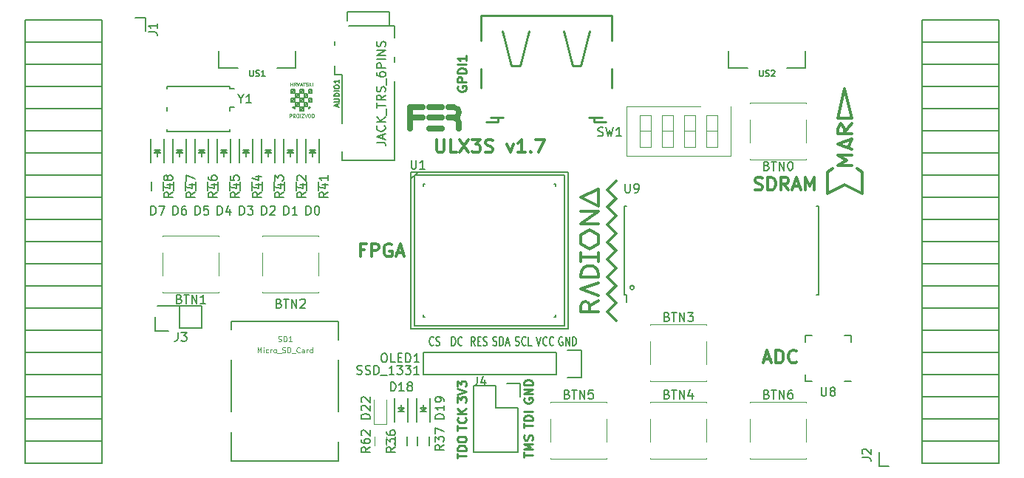
<source format=gto>
G04 #@! TF.FileFunction,Legend,Top*
%FSLAX46Y46*%
G04 Gerber Fmt 4.6, Leading zero omitted, Abs format (unit mm)*
G04 Created by KiCad (PCBNEW 4.0.7+dfsg1-1) date Sun Nov 12 01:46:28 2017*
%MOMM*%
%LPD*%
G01*
G04 APERTURE LIST*
%ADD10C,0.100000*%
%ADD11C,0.300000*%
%ADD12C,0.250000*%
%ADD13C,0.150000*%
%ADD14C,0.254000*%
%ADD15C,0.120000*%
%ADD16C,0.700000*%
%ADD17C,0.200000*%
%ADD18C,0.152400*%
%ADD19C,0.124460*%
%ADD20C,0.075000*%
G04 APERTURE END LIST*
D10*
D11*
X132442858Y-75076571D02*
X132442858Y-76290857D01*
X132514286Y-76433714D01*
X132585715Y-76505143D01*
X132728572Y-76576571D01*
X133014286Y-76576571D01*
X133157144Y-76505143D01*
X133228572Y-76433714D01*
X133300001Y-76290857D01*
X133300001Y-75076571D01*
X134728573Y-76576571D02*
X134014287Y-76576571D01*
X134014287Y-75076571D01*
X135085716Y-75076571D02*
X136085716Y-76576571D01*
X136085716Y-75076571D02*
X135085716Y-76576571D01*
X136514287Y-75076571D02*
X137442858Y-75076571D01*
X136942858Y-75648000D01*
X137157144Y-75648000D01*
X137300001Y-75719429D01*
X137371430Y-75790857D01*
X137442858Y-75933714D01*
X137442858Y-76290857D01*
X137371430Y-76433714D01*
X137300001Y-76505143D01*
X137157144Y-76576571D01*
X136728572Y-76576571D01*
X136585715Y-76505143D01*
X136514287Y-76433714D01*
X138014286Y-76505143D02*
X138228572Y-76576571D01*
X138585715Y-76576571D01*
X138728572Y-76505143D01*
X138800001Y-76433714D01*
X138871429Y-76290857D01*
X138871429Y-76148000D01*
X138800001Y-76005143D01*
X138728572Y-75933714D01*
X138585715Y-75862286D01*
X138300001Y-75790857D01*
X138157143Y-75719429D01*
X138085715Y-75648000D01*
X138014286Y-75505143D01*
X138014286Y-75362286D01*
X138085715Y-75219429D01*
X138157143Y-75148000D01*
X138300001Y-75076571D01*
X138657143Y-75076571D01*
X138871429Y-75148000D01*
X140514286Y-75576571D02*
X140871429Y-76576571D01*
X141228571Y-75576571D01*
X142585714Y-76576571D02*
X141728571Y-76576571D01*
X142157143Y-76576571D02*
X142157143Y-75076571D01*
X142014286Y-75290857D01*
X141871428Y-75433714D01*
X141728571Y-75505143D01*
X143228571Y-76433714D02*
X143299999Y-76505143D01*
X143228571Y-76576571D01*
X143157142Y-76505143D01*
X143228571Y-76433714D01*
X143228571Y-76576571D01*
X143800000Y-75076571D02*
X144800000Y-75076571D01*
X144157143Y-76576571D01*
X124175429Y-87728857D02*
X123675429Y-87728857D01*
X123675429Y-88514571D02*
X123675429Y-87014571D01*
X124389715Y-87014571D01*
X124961143Y-88514571D02*
X124961143Y-87014571D01*
X125532571Y-87014571D01*
X125675429Y-87086000D01*
X125746857Y-87157429D01*
X125818286Y-87300286D01*
X125818286Y-87514571D01*
X125746857Y-87657429D01*
X125675429Y-87728857D01*
X125532571Y-87800286D01*
X124961143Y-87800286D01*
X127246857Y-87086000D02*
X127104000Y-87014571D01*
X126889714Y-87014571D01*
X126675429Y-87086000D01*
X126532571Y-87228857D01*
X126461143Y-87371714D01*
X126389714Y-87657429D01*
X126389714Y-87871714D01*
X126461143Y-88157429D01*
X126532571Y-88300286D01*
X126675429Y-88443143D01*
X126889714Y-88514571D01*
X127032571Y-88514571D01*
X127246857Y-88443143D01*
X127318286Y-88371714D01*
X127318286Y-87871714D01*
X127032571Y-87871714D01*
X127889714Y-88086000D02*
X128604000Y-88086000D01*
X127746857Y-88514571D02*
X128246857Y-87014571D01*
X128746857Y-88514571D01*
X168903429Y-80823143D02*
X169117715Y-80894571D01*
X169474858Y-80894571D01*
X169617715Y-80823143D01*
X169689144Y-80751714D01*
X169760572Y-80608857D01*
X169760572Y-80466000D01*
X169689144Y-80323143D01*
X169617715Y-80251714D01*
X169474858Y-80180286D01*
X169189144Y-80108857D01*
X169046286Y-80037429D01*
X168974858Y-79966000D01*
X168903429Y-79823143D01*
X168903429Y-79680286D01*
X168974858Y-79537429D01*
X169046286Y-79466000D01*
X169189144Y-79394571D01*
X169546286Y-79394571D01*
X169760572Y-79466000D01*
X170403429Y-80894571D02*
X170403429Y-79394571D01*
X170760572Y-79394571D01*
X170974857Y-79466000D01*
X171117715Y-79608857D01*
X171189143Y-79751714D01*
X171260572Y-80037429D01*
X171260572Y-80251714D01*
X171189143Y-80537429D01*
X171117715Y-80680286D01*
X170974857Y-80823143D01*
X170760572Y-80894571D01*
X170403429Y-80894571D01*
X172760572Y-80894571D02*
X172260572Y-80180286D01*
X171903429Y-80894571D02*
X171903429Y-79394571D01*
X172474857Y-79394571D01*
X172617715Y-79466000D01*
X172689143Y-79537429D01*
X172760572Y-79680286D01*
X172760572Y-79894571D01*
X172689143Y-80037429D01*
X172617715Y-80108857D01*
X172474857Y-80180286D01*
X171903429Y-80180286D01*
X173332000Y-80466000D02*
X174046286Y-80466000D01*
X173189143Y-80894571D02*
X173689143Y-79394571D01*
X174189143Y-80894571D01*
X174689143Y-80894571D02*
X174689143Y-79394571D01*
X175189143Y-80466000D01*
X175689143Y-79394571D01*
X175689143Y-80894571D01*
X169966857Y-100278000D02*
X170681143Y-100278000D01*
X169824000Y-100706571D02*
X170324000Y-99206571D01*
X170824000Y-100706571D01*
X171324000Y-100706571D02*
X171324000Y-99206571D01*
X171681143Y-99206571D01*
X171895428Y-99278000D01*
X172038286Y-99420857D01*
X172109714Y-99563714D01*
X172181143Y-99849429D01*
X172181143Y-100063714D01*
X172109714Y-100349429D01*
X172038286Y-100492286D01*
X171895428Y-100635143D01*
X171681143Y-100706571D01*
X171324000Y-100706571D01*
X173681143Y-100563714D02*
X173609714Y-100635143D01*
X173395428Y-100706571D01*
X173252571Y-100706571D01*
X173038286Y-100635143D01*
X172895428Y-100492286D01*
X172824000Y-100349429D01*
X172752571Y-100063714D01*
X172752571Y-99849429D01*
X172824000Y-99563714D01*
X172895428Y-99420857D01*
X173038286Y-99278000D01*
X173252571Y-99206571D01*
X173395428Y-99206571D01*
X173609714Y-99278000D01*
X173681143Y-99349429D01*
D12*
X142447381Y-111521333D02*
X142447381Y-110949904D01*
X143447381Y-111235619D02*
X142447381Y-111235619D01*
X143447381Y-110616571D02*
X142447381Y-110616571D01*
X143161667Y-110283237D01*
X142447381Y-109949904D01*
X143447381Y-109949904D01*
X143399762Y-109521333D02*
X143447381Y-109378476D01*
X143447381Y-109140380D01*
X143399762Y-109045142D01*
X143352143Y-108997523D01*
X143256905Y-108949904D01*
X143161667Y-108949904D01*
X143066429Y-108997523D01*
X143018810Y-109045142D01*
X142971190Y-109140380D01*
X142923571Y-109330857D01*
X142875952Y-109426095D01*
X142828333Y-109473714D01*
X142733095Y-109521333D01*
X142637857Y-109521333D01*
X142542619Y-109473714D01*
X142495000Y-109426095D01*
X142447381Y-109330857D01*
X142447381Y-109092761D01*
X142495000Y-108949904D01*
X142447381Y-108163809D02*
X142447381Y-107592380D01*
X143447381Y-107878095D02*
X142447381Y-107878095D01*
X143447381Y-107259047D02*
X142447381Y-107259047D01*
X142447381Y-107020952D01*
X142495000Y-106878094D01*
X142590238Y-106782856D01*
X142685476Y-106735237D01*
X142875952Y-106687618D01*
X143018810Y-106687618D01*
X143209286Y-106735237D01*
X143304524Y-106782856D01*
X143399762Y-106878094D01*
X143447381Y-107020952D01*
X143447381Y-107259047D01*
X143447381Y-106259047D02*
X142447381Y-106259047D01*
X142495000Y-104726904D02*
X142447381Y-104822142D01*
X142447381Y-104964999D01*
X142495000Y-105107857D01*
X142590238Y-105203095D01*
X142685476Y-105250714D01*
X142875952Y-105298333D01*
X143018810Y-105298333D01*
X143209286Y-105250714D01*
X143304524Y-105203095D01*
X143399762Y-105107857D01*
X143447381Y-104964999D01*
X143447381Y-104869761D01*
X143399762Y-104726904D01*
X143352143Y-104679285D01*
X143018810Y-104679285D01*
X143018810Y-104869761D01*
X143447381Y-104250714D02*
X142447381Y-104250714D01*
X143447381Y-103679285D01*
X142447381Y-103679285D01*
X143447381Y-103203095D02*
X142447381Y-103203095D01*
X142447381Y-102965000D01*
X142495000Y-102822142D01*
X142590238Y-102726904D01*
X142685476Y-102679285D01*
X142875952Y-102631666D01*
X143018810Y-102631666D01*
X143209286Y-102679285D01*
X143304524Y-102726904D01*
X143399762Y-102822142D01*
X143447381Y-102965000D01*
X143447381Y-103203095D01*
X134827381Y-111624524D02*
X134827381Y-111053095D01*
X135827381Y-111338810D02*
X134827381Y-111338810D01*
X135827381Y-110719762D02*
X134827381Y-110719762D01*
X134827381Y-110481667D01*
X134875000Y-110338809D01*
X134970238Y-110243571D01*
X135065476Y-110195952D01*
X135255952Y-110148333D01*
X135398810Y-110148333D01*
X135589286Y-110195952D01*
X135684524Y-110243571D01*
X135779762Y-110338809D01*
X135827381Y-110481667D01*
X135827381Y-110719762D01*
X134827381Y-109529286D02*
X134827381Y-109338809D01*
X134875000Y-109243571D01*
X134970238Y-109148333D01*
X135160714Y-109100714D01*
X135494048Y-109100714D01*
X135684524Y-109148333D01*
X135779762Y-109243571D01*
X135827381Y-109338809D01*
X135827381Y-109529286D01*
X135779762Y-109624524D01*
X135684524Y-109719762D01*
X135494048Y-109767381D01*
X135160714Y-109767381D01*
X134970238Y-109719762D01*
X134875000Y-109624524D01*
X134827381Y-109529286D01*
X134827381Y-108425714D02*
X134827381Y-107854285D01*
X135827381Y-108140000D02*
X134827381Y-108140000D01*
X135732143Y-106949523D02*
X135779762Y-106997142D01*
X135827381Y-107139999D01*
X135827381Y-107235237D01*
X135779762Y-107378095D01*
X135684524Y-107473333D01*
X135589286Y-107520952D01*
X135398810Y-107568571D01*
X135255952Y-107568571D01*
X135065476Y-107520952D01*
X134970238Y-107473333D01*
X134875000Y-107378095D01*
X134827381Y-107235237D01*
X134827381Y-107139999D01*
X134875000Y-106997142D01*
X134922619Y-106949523D01*
X135827381Y-106520952D02*
X134827381Y-106520952D01*
X135827381Y-105949523D02*
X135255952Y-106378095D01*
X134827381Y-105949523D02*
X135398810Y-106520952D01*
X134827381Y-105203095D02*
X134827381Y-104584047D01*
X135208333Y-104917381D01*
X135208333Y-104774523D01*
X135255952Y-104679285D01*
X135303571Y-104631666D01*
X135398810Y-104584047D01*
X135636905Y-104584047D01*
X135732143Y-104631666D01*
X135779762Y-104679285D01*
X135827381Y-104774523D01*
X135827381Y-105060238D01*
X135779762Y-105155476D01*
X135732143Y-105203095D01*
X134827381Y-104298333D02*
X135827381Y-103965000D01*
X134827381Y-103631666D01*
X134827381Y-103393571D02*
X134827381Y-102774523D01*
X135208333Y-103107857D01*
X135208333Y-102964999D01*
X135255952Y-102869761D01*
X135303571Y-102822142D01*
X135398810Y-102774523D01*
X135636905Y-102774523D01*
X135732143Y-102822142D01*
X135779762Y-102869761D01*
X135827381Y-102964999D01*
X135827381Y-103250714D01*
X135779762Y-103345952D01*
X135732143Y-103393571D01*
D13*
X117480000Y-75060000D02*
X117480000Y-77760000D01*
X118980000Y-75060000D02*
X118980000Y-77760000D01*
X118080000Y-76560000D02*
X118330000Y-76560000D01*
X118330000Y-76560000D02*
X118180000Y-76410000D01*
X118580000Y-76310000D02*
X117880000Y-76310000D01*
X118230000Y-76660000D02*
X118230000Y-77010000D01*
X118230000Y-76310000D02*
X118580000Y-76660000D01*
X118580000Y-76660000D02*
X117880000Y-76660000D01*
X117880000Y-76660000D02*
X118230000Y-76310000D01*
X114940000Y-75060000D02*
X114940000Y-77760000D01*
X116440000Y-75060000D02*
X116440000Y-77760000D01*
X115540000Y-76560000D02*
X115790000Y-76560000D01*
X115790000Y-76560000D02*
X115640000Y-76410000D01*
X116040000Y-76310000D02*
X115340000Y-76310000D01*
X115690000Y-76660000D02*
X115690000Y-77010000D01*
X115690000Y-76310000D02*
X116040000Y-76660000D01*
X116040000Y-76660000D02*
X115340000Y-76660000D01*
X115340000Y-76660000D02*
X115690000Y-76310000D01*
X112400000Y-75060000D02*
X112400000Y-77760000D01*
X113900000Y-75060000D02*
X113900000Y-77760000D01*
X113000000Y-76560000D02*
X113250000Y-76560000D01*
X113250000Y-76560000D02*
X113100000Y-76410000D01*
X113500000Y-76310000D02*
X112800000Y-76310000D01*
X113150000Y-76660000D02*
X113150000Y-77010000D01*
X113150000Y-76310000D02*
X113500000Y-76660000D01*
X113500000Y-76660000D02*
X112800000Y-76660000D01*
X112800000Y-76660000D02*
X113150000Y-76310000D01*
X109860000Y-75060000D02*
X109860000Y-77760000D01*
X111360000Y-75060000D02*
X111360000Y-77760000D01*
X110460000Y-76560000D02*
X110710000Y-76560000D01*
X110710000Y-76560000D02*
X110560000Y-76410000D01*
X110960000Y-76310000D02*
X110260000Y-76310000D01*
X110610000Y-76660000D02*
X110610000Y-77010000D01*
X110610000Y-76310000D02*
X110960000Y-76660000D01*
X110960000Y-76660000D02*
X110260000Y-76660000D01*
X110260000Y-76660000D02*
X110610000Y-76310000D01*
X107320000Y-75060000D02*
X107320000Y-77760000D01*
X108820000Y-75060000D02*
X108820000Y-77760000D01*
X107920000Y-76560000D02*
X108170000Y-76560000D01*
X108170000Y-76560000D02*
X108020000Y-76410000D01*
X108420000Y-76310000D02*
X107720000Y-76310000D01*
X108070000Y-76660000D02*
X108070000Y-77010000D01*
X108070000Y-76310000D02*
X108420000Y-76660000D01*
X108420000Y-76660000D02*
X107720000Y-76660000D01*
X107720000Y-76660000D02*
X108070000Y-76310000D01*
X104780000Y-75060000D02*
X104780000Y-77760000D01*
X106280000Y-75060000D02*
X106280000Y-77760000D01*
X105380000Y-76560000D02*
X105630000Y-76560000D01*
X105630000Y-76560000D02*
X105480000Y-76410000D01*
X105880000Y-76310000D02*
X105180000Y-76310000D01*
X105530000Y-76660000D02*
X105530000Y-77010000D01*
X105530000Y-76310000D02*
X105880000Y-76660000D01*
X105880000Y-76660000D02*
X105180000Y-76660000D01*
X105180000Y-76660000D02*
X105530000Y-76310000D01*
X102240000Y-75060000D02*
X102240000Y-77760000D01*
X103740000Y-75060000D02*
X103740000Y-77760000D01*
X102840000Y-76560000D02*
X103090000Y-76560000D01*
X103090000Y-76560000D02*
X102940000Y-76410000D01*
X103340000Y-76310000D02*
X102640000Y-76310000D01*
X102990000Y-76660000D02*
X102990000Y-77010000D01*
X102990000Y-76310000D02*
X103340000Y-76660000D01*
X103340000Y-76660000D02*
X102640000Y-76660000D01*
X102640000Y-76660000D02*
X102990000Y-76310000D01*
X99700000Y-75060000D02*
X99700000Y-77760000D01*
X101200000Y-75060000D02*
X101200000Y-77760000D01*
X100300000Y-76560000D02*
X100550000Y-76560000D01*
X100550000Y-76560000D02*
X100400000Y-76410000D01*
X100800000Y-76310000D02*
X100100000Y-76310000D01*
X100450000Y-76660000D02*
X100450000Y-77010000D01*
X100450000Y-76310000D02*
X100800000Y-76660000D01*
X100800000Y-76660000D02*
X100100000Y-76660000D01*
X100100000Y-76660000D02*
X100450000Y-76310000D01*
X176180000Y-92880000D02*
X175980000Y-92880000D01*
X176180000Y-82720000D02*
X175980000Y-82720000D01*
X155080000Y-92050000D02*
G75*
G03X155080000Y-92050000I-250000J0D01*
G01*
X154180000Y-92880000D02*
X154180000Y-93700000D01*
X153980000Y-92880000D02*
X154180000Y-92880000D01*
X153980000Y-82720000D02*
X154180000Y-82720000D01*
X176190000Y-82720000D02*
X176190000Y-92880000D01*
X153970000Y-92880000D02*
X153970000Y-82720000D01*
X85270000Y-112220000D02*
X94100000Y-112220000D01*
X85270000Y-109680000D02*
X85270000Y-112220000D01*
X94100000Y-109680000D02*
X94100000Y-112220000D01*
X94100000Y-112220000D02*
X85270000Y-112220000D01*
X94100000Y-109680000D02*
X85270000Y-109680000D01*
X94100000Y-107140000D02*
X94100000Y-109680000D01*
X85270000Y-107140000D02*
X85270000Y-109680000D01*
X85270000Y-109680000D02*
X94100000Y-109680000D01*
X85270000Y-91900000D02*
X94100000Y-91900000D01*
X85270000Y-89360000D02*
X85270000Y-91900000D01*
X94100000Y-89360000D02*
X94100000Y-91900000D01*
X94100000Y-91900000D02*
X85270000Y-91900000D01*
X94100000Y-94440000D02*
X85270000Y-94440000D01*
X94100000Y-91900000D02*
X94100000Y-94440000D01*
X85270000Y-91900000D02*
X85270000Y-94440000D01*
X85270000Y-94440000D02*
X94100000Y-94440000D01*
X85270000Y-107140000D02*
X94100000Y-107140000D01*
X85270000Y-104600000D02*
X85270000Y-107140000D01*
X94100000Y-104600000D02*
X94100000Y-107140000D01*
X94100000Y-107140000D02*
X85270000Y-107140000D01*
X94100000Y-104600000D02*
X85270000Y-104600000D01*
X94100000Y-102060000D02*
X94100000Y-104600000D01*
X85270000Y-102060000D02*
X85270000Y-104600000D01*
X85270000Y-104600000D02*
X94100000Y-104600000D01*
X85270000Y-102060000D02*
X94100000Y-102060000D01*
X85270000Y-99520000D02*
X85270000Y-102060000D01*
X94100000Y-99520000D02*
X94100000Y-102060000D01*
X94100000Y-102060000D02*
X85270000Y-102060000D01*
X94100000Y-99520000D02*
X85270000Y-99520000D01*
X94100000Y-96980000D02*
X94100000Y-99520000D01*
X85270000Y-96980000D02*
X85270000Y-99520000D01*
X85270000Y-99520000D02*
X94100000Y-99520000D01*
X85270000Y-96980000D02*
X94100000Y-96980000D01*
X85270000Y-94440000D02*
X85270000Y-96980000D01*
X94100000Y-94440000D02*
X94100000Y-96980000D01*
X94100000Y-96980000D02*
X85270000Y-96980000D01*
X94100000Y-79200000D02*
X85270000Y-79200000D01*
X94100000Y-76660000D02*
X94100000Y-79200000D01*
X85270000Y-76660000D02*
X85270000Y-79200000D01*
X85270000Y-79200000D02*
X94100000Y-79200000D01*
X85270000Y-81740000D02*
X94100000Y-81740000D01*
X85270000Y-79200000D02*
X85270000Y-81740000D01*
X94100000Y-79200000D02*
X94100000Y-81740000D01*
X94100000Y-81740000D02*
X85270000Y-81740000D01*
X94100000Y-84280000D02*
X85270000Y-84280000D01*
X94100000Y-81740000D02*
X94100000Y-84280000D01*
X85270000Y-81740000D02*
X85270000Y-84280000D01*
X85270000Y-84280000D02*
X94100000Y-84280000D01*
X85270000Y-86820000D02*
X94100000Y-86820000D01*
X85270000Y-84280000D02*
X85270000Y-86820000D01*
X94100000Y-84280000D02*
X94100000Y-86820000D01*
X94100000Y-86820000D02*
X85270000Y-86820000D01*
X94100000Y-89360000D02*
X85270000Y-89360000D01*
X94100000Y-86820000D02*
X94100000Y-89360000D01*
X85270000Y-86820000D02*
X85270000Y-89360000D01*
X85270000Y-89360000D02*
X94100000Y-89360000D01*
X85270000Y-76660000D02*
X94100000Y-76660000D01*
X85270000Y-74120000D02*
X85270000Y-76660000D01*
X94100000Y-74120000D02*
X94100000Y-76660000D01*
X94100000Y-76660000D02*
X85270000Y-76660000D01*
X94100000Y-74120000D02*
X85270000Y-74120000D01*
X94100000Y-71580000D02*
X94100000Y-74120000D01*
X85270000Y-71580000D02*
X85270000Y-74120000D01*
X85270000Y-74120000D02*
X94100000Y-74120000D01*
X85270000Y-71580000D02*
X94100000Y-71580000D01*
X85270000Y-69040000D02*
X85270000Y-71580000D01*
X94100000Y-69040000D02*
X94100000Y-71580000D01*
X94100000Y-71580000D02*
X85270000Y-71580000D01*
X94100000Y-69040000D02*
X85270000Y-69040000D01*
X94100000Y-66500000D02*
X94100000Y-69040000D01*
X85270000Y-66500000D02*
X85270000Y-69040000D01*
X85270000Y-69040000D02*
X94100000Y-69040000D01*
X85270000Y-66500000D02*
X94100000Y-66500000D01*
X85270000Y-63960000D02*
X85270000Y-66500000D01*
X94100000Y-63960000D02*
X94100000Y-66500000D01*
X94100000Y-66500000D02*
X85270000Y-66500000D01*
X94100000Y-63960000D02*
X85270000Y-63960000D01*
X94100000Y-61420000D02*
X94100000Y-63960000D01*
X99060000Y-62690000D02*
X99060000Y-61140000D01*
X99060000Y-61140000D02*
X97910000Y-61140000D01*
X94100000Y-61420000D02*
X85270000Y-61420000D01*
X85270000Y-61420000D02*
X85270000Y-63960000D01*
X85270000Y-63960000D02*
X94100000Y-63960000D01*
X196910000Y-61420000D02*
X188080000Y-61420000D01*
X196910000Y-63960000D02*
X196910000Y-61420000D01*
X188080000Y-63960000D02*
X188080000Y-61420000D01*
X188080000Y-61420000D02*
X196910000Y-61420000D01*
X188080000Y-63960000D02*
X196910000Y-63960000D01*
X188080000Y-66500000D02*
X188080000Y-63960000D01*
X196910000Y-66500000D02*
X196910000Y-63960000D01*
X196910000Y-63960000D02*
X188080000Y-63960000D01*
X196910000Y-81740000D02*
X188080000Y-81740000D01*
X196910000Y-84280000D02*
X196910000Y-81740000D01*
X188080000Y-84280000D02*
X188080000Y-81740000D01*
X188080000Y-81740000D02*
X196910000Y-81740000D01*
X188080000Y-79200000D02*
X196910000Y-79200000D01*
X188080000Y-81740000D02*
X188080000Y-79200000D01*
X196910000Y-81740000D02*
X196910000Y-79200000D01*
X196910000Y-79200000D02*
X188080000Y-79200000D01*
X196910000Y-66500000D02*
X188080000Y-66500000D01*
X196910000Y-69040000D02*
X196910000Y-66500000D01*
X188080000Y-69040000D02*
X188080000Y-66500000D01*
X188080000Y-66500000D02*
X196910000Y-66500000D01*
X188080000Y-69040000D02*
X196910000Y-69040000D01*
X188080000Y-71580000D02*
X188080000Y-69040000D01*
X196910000Y-71580000D02*
X196910000Y-69040000D01*
X196910000Y-69040000D02*
X188080000Y-69040000D01*
X196910000Y-71580000D02*
X188080000Y-71580000D01*
X196910000Y-74120000D02*
X196910000Y-71580000D01*
X188080000Y-74120000D02*
X188080000Y-71580000D01*
X188080000Y-71580000D02*
X196910000Y-71580000D01*
X188080000Y-74120000D02*
X196910000Y-74120000D01*
X188080000Y-76660000D02*
X188080000Y-74120000D01*
X196910000Y-76660000D02*
X196910000Y-74120000D01*
X196910000Y-74120000D02*
X188080000Y-74120000D01*
X196910000Y-76660000D02*
X188080000Y-76660000D01*
X196910000Y-79200000D02*
X196910000Y-76660000D01*
X188080000Y-79200000D02*
X188080000Y-76660000D01*
X188080000Y-76660000D02*
X196910000Y-76660000D01*
X188080000Y-94440000D02*
X196910000Y-94440000D01*
X188080000Y-96980000D02*
X188080000Y-94440000D01*
X196910000Y-96980000D02*
X196910000Y-94440000D01*
X196910000Y-94440000D02*
X188080000Y-94440000D01*
X196910000Y-91900000D02*
X188080000Y-91900000D01*
X196910000Y-94440000D02*
X196910000Y-91900000D01*
X188080000Y-94440000D02*
X188080000Y-91900000D01*
X188080000Y-91900000D02*
X196910000Y-91900000D01*
X188080000Y-89360000D02*
X196910000Y-89360000D01*
X188080000Y-91900000D02*
X188080000Y-89360000D01*
X196910000Y-91900000D02*
X196910000Y-89360000D01*
X196910000Y-89360000D02*
X188080000Y-89360000D01*
X196910000Y-86820000D02*
X188080000Y-86820000D01*
X196910000Y-89360000D02*
X196910000Y-86820000D01*
X188080000Y-89360000D02*
X188080000Y-86820000D01*
X188080000Y-86820000D02*
X196910000Y-86820000D01*
X188080000Y-84280000D02*
X196910000Y-84280000D01*
X188080000Y-86820000D02*
X188080000Y-84280000D01*
X196910000Y-86820000D02*
X196910000Y-84280000D01*
X196910000Y-84280000D02*
X188080000Y-84280000D01*
X196910000Y-96980000D02*
X188080000Y-96980000D01*
X196910000Y-99520000D02*
X196910000Y-96980000D01*
X188080000Y-99520000D02*
X188080000Y-96980000D01*
X188080000Y-96980000D02*
X196910000Y-96980000D01*
X188080000Y-99520000D02*
X196910000Y-99520000D01*
X188080000Y-102060000D02*
X188080000Y-99520000D01*
X196910000Y-102060000D02*
X196910000Y-99520000D01*
X196910000Y-99520000D02*
X188080000Y-99520000D01*
X196910000Y-102060000D02*
X188080000Y-102060000D01*
X196910000Y-104600000D02*
X196910000Y-102060000D01*
X188080000Y-104600000D02*
X188080000Y-102060000D01*
X188080000Y-102060000D02*
X196910000Y-102060000D01*
X188080000Y-104600000D02*
X196910000Y-104600000D01*
X188080000Y-107140000D02*
X188080000Y-104600000D01*
X196910000Y-107140000D02*
X196910000Y-104600000D01*
X196910000Y-104600000D02*
X188080000Y-104600000D01*
X196910000Y-107140000D02*
X188080000Y-107140000D01*
X196910000Y-109680000D02*
X196910000Y-107140000D01*
X188080000Y-109680000D02*
X188080000Y-107140000D01*
X188080000Y-107140000D02*
X196910000Y-107140000D01*
X188080000Y-109680000D02*
X196910000Y-109680000D01*
X188080000Y-112220000D02*
X188080000Y-109680000D01*
X183120000Y-110950000D02*
X183120000Y-112500000D01*
X183120000Y-112500000D02*
X184270000Y-112500000D01*
X188080000Y-112220000D02*
X196910000Y-112220000D01*
X196910000Y-112220000D02*
X196910000Y-109680000D01*
X196910000Y-109680000D02*
X188080000Y-109680000D01*
X108724000Y-69280000D02*
X109274000Y-69280000D01*
X101524000Y-68980000D02*
X101524000Y-69280000D01*
X101524000Y-74180000D02*
X101524000Y-73880000D01*
X108724000Y-74180000D02*
X108724000Y-73880000D01*
X108724000Y-68980000D02*
X108724000Y-69280000D01*
X108724000Y-68980000D02*
X101524000Y-68980000D01*
X108724000Y-71380000D02*
X109274000Y-71380000D01*
X108724000Y-74180000D02*
X101524000Y-74180000D01*
X101524000Y-71380000D02*
X101524000Y-71780000D01*
X108724000Y-71380000D02*
X108724000Y-71780000D01*
X100170000Y-95456000D02*
X100170000Y-97006000D01*
X102990000Y-94186000D02*
X100450000Y-94186000D01*
X100170000Y-97006000D02*
X101720000Y-97006000D01*
X105530000Y-94186000D02*
X102990000Y-94186000D01*
X102990000Y-94186000D02*
X102990000Y-96726000D01*
X102990000Y-96726000D02*
X105530000Y-96726000D01*
X105530000Y-96726000D02*
X105530000Y-94186000D01*
X129140000Y-107470000D02*
X129140000Y-104770000D01*
X127640000Y-107470000D02*
X127640000Y-104770000D01*
X128540000Y-105970000D02*
X128290000Y-105970000D01*
X128290000Y-105970000D02*
X128440000Y-106120000D01*
X128040000Y-106220000D02*
X128740000Y-106220000D01*
X128390000Y-105870000D02*
X128390000Y-105520000D01*
X128390000Y-106220000D02*
X128040000Y-105870000D01*
X128040000Y-105870000D02*
X128740000Y-105870000D01*
X128740000Y-105870000D02*
X128390000Y-106220000D01*
X131680000Y-107470000D02*
X131680000Y-104770000D01*
X130180000Y-107470000D02*
X130180000Y-104770000D01*
X131080000Y-105970000D02*
X130830000Y-105970000D01*
X130830000Y-105970000D02*
X130980000Y-106120000D01*
X130580000Y-106220000D02*
X131280000Y-106220000D01*
X130930000Y-105870000D02*
X130930000Y-105520000D01*
X130930000Y-106220000D02*
X130580000Y-105870000D01*
X130580000Y-105870000D02*
X131280000Y-105870000D01*
X131280000Y-105870000D02*
X130930000Y-106220000D01*
X127715000Y-110180000D02*
X127715000Y-109180000D01*
X129065000Y-109180000D02*
X129065000Y-110180000D01*
X131605000Y-109180000D02*
X131605000Y-110180000D01*
X130255000Y-110180000D02*
X130255000Y-109180000D01*
X116280000Y-64925000D02*
X116280000Y-66925000D01*
X116280000Y-66925000D02*
X114130000Y-66925000D01*
X109630000Y-66925000D02*
X107480000Y-66925000D01*
X107480000Y-66925000D02*
X107480000Y-64975000D01*
X174700000Y-64925000D02*
X174700000Y-66925000D01*
X174700000Y-66925000D02*
X172550000Y-66925000D01*
X168050000Y-66925000D02*
X165900000Y-66925000D01*
X165900000Y-66925000D02*
X165900000Y-64975000D01*
X141725000Y-110950000D02*
X141725000Y-105870000D01*
X142005000Y-103050000D02*
X142005000Y-104600000D01*
X139185000Y-103330000D02*
X139185000Y-105870000D01*
X139185000Y-105870000D02*
X141725000Y-105870000D01*
X141725000Y-110950000D02*
X136645000Y-110950000D01*
X136645000Y-110950000D02*
X136645000Y-105870000D01*
X142005000Y-103050000D02*
X140455000Y-103050000D01*
X136645000Y-103330000D02*
X139185000Y-103330000D01*
X136645000Y-105870000D02*
X136645000Y-103330000D01*
X118905000Y-79970000D02*
X118905000Y-80970000D01*
X117555000Y-80970000D02*
X117555000Y-79970000D01*
X116365000Y-79970000D02*
X116365000Y-80970000D01*
X115015000Y-80970000D02*
X115015000Y-79970000D01*
X113825000Y-79970000D02*
X113825000Y-80970000D01*
X112475000Y-80970000D02*
X112475000Y-79970000D01*
X111285000Y-79970000D02*
X111285000Y-80970000D01*
X109935000Y-80970000D02*
X109935000Y-79970000D01*
X108745000Y-79970000D02*
X108745000Y-80970000D01*
X107395000Y-80970000D02*
X107395000Y-79970000D01*
X106205000Y-79970000D02*
X106205000Y-80970000D01*
X104855000Y-80970000D02*
X104855000Y-79970000D01*
X103665000Y-79970000D02*
X103665000Y-80970000D01*
X102315000Y-80970000D02*
X102315000Y-79970000D01*
X101125000Y-79970000D02*
X101125000Y-80970000D01*
X99775000Y-80970000D02*
X99775000Y-79970000D01*
X174660000Y-102780000D02*
X174660000Y-102030000D01*
X179910000Y-97530000D02*
X179910000Y-98280000D01*
X174660000Y-97530000D02*
X174660000Y-98280000D01*
X179910000Y-102780000D02*
X179160000Y-102780000D01*
X179910000Y-97530000D02*
X179160000Y-97530000D01*
X174660000Y-97530000D02*
X175410000Y-97530000D01*
X174660000Y-102780000D02*
X175410000Y-102780000D01*
X146170000Y-99520000D02*
X130930000Y-99520000D01*
X130930000Y-99520000D02*
X130930000Y-102060000D01*
X130930000Y-102060000D02*
X146170000Y-102060000D01*
X148990000Y-99240000D02*
X147440000Y-99240000D01*
X146170000Y-99520000D02*
X146170000Y-102060000D01*
X147440000Y-102340000D02*
X148990000Y-102340000D01*
X148990000Y-102340000D02*
X148990000Y-99240000D01*
X122180000Y-60440000D02*
X122180000Y-61440000D01*
X126980000Y-60440000D02*
X122180000Y-60440000D01*
X126980000Y-62040000D02*
X126980000Y-60440000D01*
X127580000Y-62040000D02*
X122380000Y-62040000D01*
X120780000Y-64240000D02*
X120780000Y-63840000D01*
X120780000Y-67640000D02*
X120780000Y-66640000D01*
X121580000Y-67640000D02*
X120780000Y-67640000D01*
X121580000Y-73240000D02*
X121580000Y-67640000D01*
X121580000Y-77440000D02*
X121580000Y-76440000D01*
X127580000Y-77440000D02*
X121580000Y-77440000D01*
X127580000Y-68440000D02*
X127580000Y-77440000D01*
X127580000Y-65640000D02*
X127580000Y-66240000D01*
X127580000Y-62040000D02*
X127580000Y-63440000D01*
D14*
X151378260Y-72548160D02*
X150479100Y-72548160D01*
X150479100Y-72548160D02*
X149879660Y-72548160D01*
X140080340Y-72548160D02*
X139480900Y-72548160D01*
X139480900Y-72548160D02*
X138581740Y-72548160D01*
X137481920Y-69149640D02*
X137481920Y-66998260D01*
X137481920Y-63800400D02*
X137481920Y-60892100D01*
X137481920Y-60892100D02*
X152478080Y-60892100D01*
X152478080Y-60892100D02*
X152478080Y-63800400D01*
X152478080Y-66998260D02*
X152478080Y-69149640D01*
X138106760Y-73048540D02*
X139480900Y-73048540D01*
X139480900Y-73048540D02*
X139480900Y-72548160D01*
X150479100Y-72548160D02*
X150479100Y-73048540D01*
X150479100Y-73048540D02*
X151865940Y-73048540D01*
X142981020Y-62632000D02*
X141980260Y-66632500D01*
X141980260Y-66632500D02*
X140982040Y-66632500D01*
X140982040Y-66632500D02*
X139981280Y-62632000D01*
X146978980Y-62632000D02*
X147979740Y-66632500D01*
X147979740Y-66632500D02*
X148977960Y-66632500D01*
X148977960Y-66632500D02*
X149978720Y-62632000D01*
D15*
X168340000Y-77350000D02*
X168340000Y-77320000D01*
X168340000Y-70890000D02*
X168340000Y-70920000D01*
X174800000Y-70890000D02*
X174800000Y-70920000D01*
X174800000Y-77320000D02*
X174800000Y-77350000D01*
X168340000Y-75420000D02*
X168340000Y-72820000D01*
X174800000Y-77350000D02*
X168340000Y-77350000D01*
X174800000Y-75420000D02*
X174800000Y-72820000D01*
X174800000Y-70890000D02*
X168340000Y-70890000D01*
X107490000Y-86130000D02*
X107490000Y-86160000D01*
X107490000Y-92590000D02*
X107490000Y-92560000D01*
X101030000Y-92590000D02*
X101030000Y-92560000D01*
X101030000Y-86160000D02*
X101030000Y-86130000D01*
X107490000Y-88060000D02*
X107490000Y-90660000D01*
X101030000Y-86130000D02*
X107490000Y-86130000D01*
X101030000Y-88060000D02*
X101030000Y-90660000D01*
X101030000Y-92590000D02*
X107490000Y-92590000D01*
X118920000Y-86130000D02*
X118920000Y-86160000D01*
X118920000Y-92590000D02*
X118920000Y-92560000D01*
X112460000Y-92590000D02*
X112460000Y-92560000D01*
X112460000Y-86160000D02*
X112460000Y-86130000D01*
X118920000Y-88060000D02*
X118920000Y-90660000D01*
X112460000Y-86130000D02*
X118920000Y-86130000D01*
X112460000Y-88060000D02*
X112460000Y-90660000D01*
X112460000Y-92590000D02*
X118920000Y-92590000D01*
X163370000Y-96290000D02*
X163370000Y-96320000D01*
X163370000Y-102750000D02*
X163370000Y-102720000D01*
X156910000Y-102750000D02*
X156910000Y-102720000D01*
X156910000Y-96320000D02*
X156910000Y-96290000D01*
X163370000Y-98220000D02*
X163370000Y-100820000D01*
X156910000Y-96290000D02*
X163370000Y-96290000D01*
X156910000Y-98220000D02*
X156910000Y-100820000D01*
X156910000Y-102750000D02*
X163370000Y-102750000D01*
X156910000Y-111640000D02*
X156910000Y-111610000D01*
X156910000Y-105180000D02*
X156910000Y-105210000D01*
X163370000Y-105180000D02*
X163370000Y-105210000D01*
X163370000Y-111610000D02*
X163370000Y-111640000D01*
X156910000Y-109710000D02*
X156910000Y-107110000D01*
X163370000Y-111640000D02*
X156910000Y-111640000D01*
X163370000Y-109710000D02*
X163370000Y-107110000D01*
X163370000Y-105180000D02*
X156910000Y-105180000D01*
X145480000Y-111640000D02*
X145480000Y-111610000D01*
X145480000Y-105180000D02*
X145480000Y-105210000D01*
X151940000Y-105180000D02*
X151940000Y-105210000D01*
X151940000Y-111610000D02*
X151940000Y-111640000D01*
X145480000Y-109710000D02*
X145480000Y-107110000D01*
X151940000Y-111640000D02*
X145480000Y-111640000D01*
X151940000Y-109710000D02*
X151940000Y-107110000D01*
X151940000Y-105180000D02*
X145480000Y-105180000D01*
X168340000Y-111640000D02*
X168340000Y-111610000D01*
X168340000Y-105180000D02*
X168340000Y-105210000D01*
X174800000Y-105180000D02*
X174800000Y-105210000D01*
X174800000Y-111610000D02*
X174800000Y-111640000D01*
X168340000Y-109710000D02*
X168340000Y-107110000D01*
X174800000Y-111640000D02*
X168340000Y-111640000D01*
X174800000Y-109710000D02*
X174800000Y-107110000D01*
X174800000Y-105180000D02*
X168340000Y-105180000D01*
X166120000Y-71275000D02*
X166120000Y-76965000D01*
X166120000Y-76965000D02*
X154160000Y-76965000D01*
X154160000Y-76965000D02*
X154160000Y-71275000D01*
X154160000Y-71275000D02*
X162680000Y-71275000D01*
X164585000Y-72310000D02*
X163315000Y-72310000D01*
X163315000Y-72310000D02*
X163315000Y-75930000D01*
X163315000Y-75930000D02*
X164585000Y-75930000D01*
X164585000Y-75930000D02*
X164585000Y-72310000D01*
X164585000Y-74120000D02*
X163315000Y-74120000D01*
X162045000Y-72310000D02*
X160775000Y-72310000D01*
X160775000Y-72310000D02*
X160775000Y-75930000D01*
X160775000Y-75930000D02*
X162045000Y-75930000D01*
X162045000Y-75930000D02*
X162045000Y-72310000D01*
X162045000Y-74120000D02*
X160775000Y-74120000D01*
X159505000Y-72310000D02*
X158235000Y-72310000D01*
X158235000Y-72310000D02*
X158235000Y-75930000D01*
X158235000Y-75930000D02*
X159505000Y-75930000D01*
X159505000Y-75930000D02*
X159505000Y-72310000D01*
X159505000Y-74120000D02*
X158235000Y-74120000D01*
X156965000Y-72310000D02*
X155695000Y-72310000D01*
X155695000Y-72310000D02*
X155695000Y-75930000D01*
X155695000Y-75930000D02*
X156965000Y-75930000D01*
X156965000Y-75930000D02*
X156965000Y-72310000D01*
X156965000Y-74120000D02*
X155695000Y-74120000D01*
D13*
X130880000Y-80200000D02*
X131080000Y-80200000D01*
X130880000Y-80400000D02*
X130880000Y-80200000D01*
X146080000Y-80200000D02*
X146080000Y-80400000D01*
X145880000Y-80200000D02*
X146080000Y-80200000D01*
X146080000Y-95400000D02*
X146080000Y-95200000D01*
X145880000Y-95400000D02*
X146080000Y-95400000D01*
X130880000Y-95400000D02*
X131080000Y-95400000D01*
X130880000Y-95200000D02*
X130880000Y-95400000D01*
X130280000Y-78800000D02*
X129480000Y-79600000D01*
X129480000Y-96800000D02*
X129480000Y-78800000D01*
X147480000Y-96800000D02*
X129480000Y-96800000D01*
X147480000Y-78800000D02*
X147480000Y-96800000D01*
X129480000Y-78800000D02*
X147480000Y-78800000D01*
X129880000Y-96400000D02*
X129880000Y-79200000D01*
X147080000Y-96400000D02*
X129880000Y-96400000D01*
X147080000Y-79200000D02*
X147080000Y-96400000D01*
X129880000Y-79200000D02*
X147080000Y-79200000D01*
X121205000Y-111915000D02*
X121205000Y-109765000D01*
X108905000Y-111915000D02*
X121205000Y-111915000D01*
X108905000Y-108665000D02*
X108905000Y-111915000D01*
X108905000Y-100365000D02*
X108905000Y-106265000D01*
X121205000Y-106265000D02*
X121205000Y-100365000D01*
X108905000Y-95965000D02*
X108905000Y-96865000D01*
X121205000Y-95965000D02*
X108905000Y-95965000D01*
X121205000Y-98015000D02*
X121205000Y-95965000D01*
D11*
X149980000Y-94836000D02*
X149980000Y-94136000D01*
X148980000Y-94836000D02*
X148980000Y-94136000D01*
X151980000Y-80836000D02*
X152980000Y-79836000D01*
X152980000Y-81836000D02*
X151980000Y-80836000D01*
X151980000Y-82836000D02*
X152980000Y-81836000D01*
X152980000Y-83836000D02*
X151980000Y-82836000D01*
X151980000Y-84836000D02*
X152980000Y-83836000D01*
X152980000Y-85836000D02*
X151980000Y-84836000D01*
X151980000Y-86836000D02*
X152980000Y-85836000D01*
X152980000Y-87836000D02*
X151980000Y-86836000D01*
X151980000Y-88836000D02*
X152980000Y-87836000D01*
X152980000Y-89836000D02*
X151980000Y-88836000D01*
X151980000Y-90836000D02*
X152980000Y-89836000D01*
X152980000Y-91836000D02*
X151980000Y-90836000D01*
X151980000Y-92836000D02*
X152980000Y-91836000D01*
X152980000Y-93836000D02*
X151980000Y-92836000D01*
X151980000Y-94836000D02*
X152980000Y-93836000D01*
X152980000Y-95836000D02*
X151980000Y-94836000D01*
X150980000Y-90836000D02*
X150980000Y-90536000D01*
X148980000Y-90836000D02*
X148980000Y-90536000D01*
X148980000Y-89036000D02*
X148980000Y-88036000D01*
X150980000Y-89036000D02*
X150980000Y-88036000D01*
X150980000Y-83336000D02*
X148980000Y-83336000D01*
X148980000Y-84736000D02*
X150980000Y-83336000D01*
X149980000Y-94136000D02*
X150980000Y-93536000D01*
X149980000Y-85436000D02*
X150980000Y-86036000D01*
X148980000Y-86036000D02*
X149980000Y-85436000D01*
X149980000Y-87636000D02*
X148980000Y-87036000D01*
X150980000Y-87036000D02*
X149980000Y-87636000D01*
X148980000Y-86036000D02*
X148980000Y-87036000D01*
X150980000Y-87036000D02*
X150980000Y-86036000D01*
X150980000Y-80736000D02*
X150980000Y-82736000D01*
X148980000Y-81736000D02*
X150980000Y-80736000D01*
X150980000Y-82736000D02*
X148980000Y-81736000D01*
X150980000Y-84736000D02*
X148980000Y-84736000D01*
X148980000Y-88536000D02*
X150980000Y-88536000D01*
X150980000Y-90536000D02*
G75*
G03X148980000Y-90536000I-1000000J0D01*
G01*
X150980000Y-90836000D02*
X148980000Y-90836000D01*
X148980000Y-92236000D02*
X150980000Y-91536000D01*
X150980000Y-92936000D02*
X148980000Y-92236000D01*
X149980000Y-94136000D02*
G75*
G03X148980000Y-94136000I-500000J0D01*
G01*
X150980000Y-94836000D02*
X148980000Y-94836000D01*
X178390000Y-76844000D02*
X179990000Y-76844000D01*
X179390000Y-77444000D02*
X178390000Y-76844000D01*
X178390000Y-78044000D02*
X179390000Y-77444000D01*
X179990000Y-78044000D02*
X178390000Y-78044000D01*
X181190000Y-78844000D02*
X180590000Y-78444000D01*
X177190000Y-78844000D02*
X177790000Y-78444000D01*
X177190000Y-81244000D02*
X177190000Y-78844000D01*
X179190000Y-69244000D02*
X178390000Y-72644000D01*
X179990000Y-72644000D02*
X179190000Y-69244000D01*
X178390000Y-72644000D02*
X179990000Y-72644000D01*
X179190000Y-74244000D02*
X179990000Y-73244000D01*
X179190000Y-73844000D02*
X179190000Y-74444000D01*
X178790000Y-73244000D02*
X179190000Y-73844000D01*
X178390000Y-73844000D02*
X178790000Y-73244000D01*
X178390000Y-74444000D02*
X178390000Y-73844000D01*
X178390000Y-74444000D02*
X179990000Y-74444000D01*
X179990000Y-75044000D02*
X179590000Y-76044000D01*
X178390000Y-75644000D02*
X179990000Y-75044000D01*
X179990000Y-76244000D02*
X178390000Y-75644000D01*
X181190000Y-81244000D02*
X181190000Y-78844000D01*
X179190000Y-80244000D02*
X181190000Y-81244000D01*
X177190000Y-81244000D02*
X179190000Y-80244000D01*
D16*
X135000000Y-73196000D02*
X135000000Y-73796000D01*
X135000000Y-73196000D02*
G75*
G03X134400000Y-72596000I-600000J0D01*
G01*
X134400000Y-72596000D02*
G75*
G03X134400000Y-71396000I0J600000D01*
G01*
X133800000Y-72596000D02*
X134400000Y-72596000D01*
X133800000Y-71396000D02*
X134400000Y-71396000D01*
X129400000Y-71396000D02*
X129400000Y-73796000D01*
X131600000Y-73796000D02*
X133000000Y-73796000D01*
X131600000Y-72596000D02*
X133000000Y-72596000D01*
X131600000Y-71396000D02*
X133000000Y-71396000D01*
X129400000Y-71396000D02*
X130800000Y-71396000D01*
X129400000Y-72596000D02*
X130800000Y-72596000D01*
D17*
X115760000Y-70764000D02*
X116160000Y-70364000D01*
X115760000Y-69764000D02*
X116160000Y-69364000D01*
X116260000Y-70264000D02*
X116660000Y-69864000D01*
X116760000Y-69764000D02*
X117160000Y-69364000D01*
X117760000Y-69764000D02*
X118160000Y-69364000D01*
X117260000Y-70264000D02*
X117660000Y-69864000D01*
X116760000Y-70764000D02*
X117160000Y-70364000D01*
X116260000Y-71264000D02*
X116660000Y-70864000D01*
X117760000Y-70764000D02*
X118160000Y-70364000D01*
X117260000Y-71264000D02*
X117660000Y-70864000D01*
X116760000Y-71764000D02*
X117160000Y-71364000D01*
X117960000Y-71364000D02*
X117760000Y-71364000D01*
X117760000Y-71564000D02*
X117960000Y-71364000D01*
X117760000Y-71364000D02*
X117760000Y-71564000D01*
X117160000Y-71364000D02*
X116760000Y-71364000D01*
X117160000Y-71764000D02*
X117160000Y-71364000D01*
X116760000Y-71764000D02*
X117160000Y-71764000D01*
X116760000Y-71364000D02*
X116760000Y-71764000D01*
X116160000Y-71564000D02*
X115960000Y-71364000D01*
X116160000Y-71364000D02*
X116160000Y-71564000D01*
X115960000Y-71364000D02*
X116160000Y-71364000D01*
X117260000Y-71264000D02*
X117260000Y-70864000D01*
X117660000Y-71264000D02*
X117260000Y-71264000D01*
X117660000Y-70864000D02*
X117660000Y-71264000D01*
X117260000Y-70864000D02*
X117660000Y-70864000D01*
X116260000Y-71264000D02*
X116260000Y-70864000D01*
X116660000Y-71264000D02*
X116260000Y-71264000D01*
X116660000Y-70864000D02*
X116660000Y-71264000D01*
X116260000Y-70864000D02*
X116660000Y-70864000D01*
X118160000Y-70364000D02*
X117760000Y-70364000D01*
X118160000Y-70764000D02*
X118160000Y-70364000D01*
X117760000Y-70764000D02*
X118160000Y-70764000D01*
X117760000Y-70364000D02*
X117760000Y-70764000D01*
X117160000Y-70364000D02*
X116760000Y-70364000D01*
X117160000Y-70764000D02*
X117160000Y-70364000D01*
X116760000Y-70764000D02*
X117160000Y-70764000D01*
X116760000Y-70364000D02*
X116760000Y-70764000D01*
X115760000Y-70764000D02*
X115760000Y-70364000D01*
X116160000Y-70764000D02*
X115760000Y-70764000D01*
X116160000Y-70364000D02*
X116160000Y-70764000D01*
X115760000Y-70364000D02*
X116160000Y-70364000D01*
X117660000Y-69864000D02*
X117260000Y-69864000D01*
X117660000Y-70264000D02*
X117660000Y-69864000D01*
X117260000Y-70264000D02*
X117660000Y-70264000D01*
X117260000Y-69864000D02*
X117260000Y-70264000D01*
X116660000Y-69864000D02*
X116260000Y-69864000D01*
X116660000Y-70264000D02*
X116660000Y-69864000D01*
X116260000Y-70264000D02*
X116660000Y-70264000D01*
X116260000Y-69864000D02*
X116260000Y-70264000D01*
X118160000Y-69364000D02*
X117760000Y-69364000D01*
X118160000Y-69764000D02*
X118160000Y-69364000D01*
X117760000Y-69764000D02*
X118160000Y-69764000D01*
X117760000Y-69364000D02*
X117760000Y-69764000D01*
X116760000Y-69764000D02*
X116760000Y-69364000D01*
X117160000Y-69764000D02*
X116760000Y-69764000D01*
X117160000Y-69364000D02*
X117160000Y-69764000D01*
X116760000Y-69364000D02*
X117160000Y-69364000D01*
X115760000Y-69764000D02*
X115760000Y-69364000D01*
X116160000Y-69764000D02*
X115760000Y-69764000D01*
X116160000Y-69364000D02*
X116160000Y-69764000D01*
X115760000Y-69364000D02*
X116160000Y-69364000D01*
D15*
X125277000Y-107670000D02*
X126677000Y-107670000D01*
X126677000Y-107670000D02*
X126677000Y-104870000D01*
X125277000Y-107670000D02*
X125277000Y-104870000D01*
X125297000Y-110180000D02*
X125297000Y-109180000D01*
X126657000Y-109180000D02*
X126657000Y-110180000D01*
D13*
X117491905Y-83716381D02*
X117491905Y-82716381D01*
X117730000Y-82716381D01*
X117872858Y-82764000D01*
X117968096Y-82859238D01*
X118015715Y-82954476D01*
X118063334Y-83144952D01*
X118063334Y-83287810D01*
X118015715Y-83478286D01*
X117968096Y-83573524D01*
X117872858Y-83668762D01*
X117730000Y-83716381D01*
X117491905Y-83716381D01*
X118682381Y-82716381D02*
X118777620Y-82716381D01*
X118872858Y-82764000D01*
X118920477Y-82811619D01*
X118968096Y-82906857D01*
X119015715Y-83097333D01*
X119015715Y-83335429D01*
X118968096Y-83525905D01*
X118920477Y-83621143D01*
X118872858Y-83668762D01*
X118777620Y-83716381D01*
X118682381Y-83716381D01*
X118587143Y-83668762D01*
X118539524Y-83621143D01*
X118491905Y-83525905D01*
X118444286Y-83335429D01*
X118444286Y-83097333D01*
X118491905Y-82906857D01*
X118539524Y-82811619D01*
X118587143Y-82764000D01*
X118682381Y-82716381D01*
X114951905Y-83716381D02*
X114951905Y-82716381D01*
X115190000Y-82716381D01*
X115332858Y-82764000D01*
X115428096Y-82859238D01*
X115475715Y-82954476D01*
X115523334Y-83144952D01*
X115523334Y-83287810D01*
X115475715Y-83478286D01*
X115428096Y-83573524D01*
X115332858Y-83668762D01*
X115190000Y-83716381D01*
X114951905Y-83716381D01*
X116475715Y-83716381D02*
X115904286Y-83716381D01*
X116190000Y-83716381D02*
X116190000Y-82716381D01*
X116094762Y-82859238D01*
X115999524Y-82954476D01*
X115904286Y-83002095D01*
X112411905Y-83716381D02*
X112411905Y-82716381D01*
X112650000Y-82716381D01*
X112792858Y-82764000D01*
X112888096Y-82859238D01*
X112935715Y-82954476D01*
X112983334Y-83144952D01*
X112983334Y-83287810D01*
X112935715Y-83478286D01*
X112888096Y-83573524D01*
X112792858Y-83668762D01*
X112650000Y-83716381D01*
X112411905Y-83716381D01*
X113364286Y-82811619D02*
X113411905Y-82764000D01*
X113507143Y-82716381D01*
X113745239Y-82716381D01*
X113840477Y-82764000D01*
X113888096Y-82811619D01*
X113935715Y-82906857D01*
X113935715Y-83002095D01*
X113888096Y-83144952D01*
X113316667Y-83716381D01*
X113935715Y-83716381D01*
X109871905Y-83716381D02*
X109871905Y-82716381D01*
X110110000Y-82716381D01*
X110252858Y-82764000D01*
X110348096Y-82859238D01*
X110395715Y-82954476D01*
X110443334Y-83144952D01*
X110443334Y-83287810D01*
X110395715Y-83478286D01*
X110348096Y-83573524D01*
X110252858Y-83668762D01*
X110110000Y-83716381D01*
X109871905Y-83716381D01*
X110776667Y-82716381D02*
X111395715Y-82716381D01*
X111062381Y-83097333D01*
X111205239Y-83097333D01*
X111300477Y-83144952D01*
X111348096Y-83192571D01*
X111395715Y-83287810D01*
X111395715Y-83525905D01*
X111348096Y-83621143D01*
X111300477Y-83668762D01*
X111205239Y-83716381D01*
X110919524Y-83716381D01*
X110824286Y-83668762D01*
X110776667Y-83621143D01*
X107331905Y-83716381D02*
X107331905Y-82716381D01*
X107570000Y-82716381D01*
X107712858Y-82764000D01*
X107808096Y-82859238D01*
X107855715Y-82954476D01*
X107903334Y-83144952D01*
X107903334Y-83287810D01*
X107855715Y-83478286D01*
X107808096Y-83573524D01*
X107712858Y-83668762D01*
X107570000Y-83716381D01*
X107331905Y-83716381D01*
X108760477Y-83049714D02*
X108760477Y-83716381D01*
X108522381Y-82668762D02*
X108284286Y-83383048D01*
X108903334Y-83383048D01*
X104791905Y-83716381D02*
X104791905Y-82716381D01*
X105030000Y-82716381D01*
X105172858Y-82764000D01*
X105268096Y-82859238D01*
X105315715Y-82954476D01*
X105363334Y-83144952D01*
X105363334Y-83287810D01*
X105315715Y-83478286D01*
X105268096Y-83573524D01*
X105172858Y-83668762D01*
X105030000Y-83716381D01*
X104791905Y-83716381D01*
X106268096Y-82716381D02*
X105791905Y-82716381D01*
X105744286Y-83192571D01*
X105791905Y-83144952D01*
X105887143Y-83097333D01*
X106125239Y-83097333D01*
X106220477Y-83144952D01*
X106268096Y-83192571D01*
X106315715Y-83287810D01*
X106315715Y-83525905D01*
X106268096Y-83621143D01*
X106220477Y-83668762D01*
X106125239Y-83716381D01*
X105887143Y-83716381D01*
X105791905Y-83668762D01*
X105744286Y-83621143D01*
X102251905Y-83716381D02*
X102251905Y-82716381D01*
X102490000Y-82716381D01*
X102632858Y-82764000D01*
X102728096Y-82859238D01*
X102775715Y-82954476D01*
X102823334Y-83144952D01*
X102823334Y-83287810D01*
X102775715Y-83478286D01*
X102728096Y-83573524D01*
X102632858Y-83668762D01*
X102490000Y-83716381D01*
X102251905Y-83716381D01*
X103680477Y-82716381D02*
X103490000Y-82716381D01*
X103394762Y-82764000D01*
X103347143Y-82811619D01*
X103251905Y-82954476D01*
X103204286Y-83144952D01*
X103204286Y-83525905D01*
X103251905Y-83621143D01*
X103299524Y-83668762D01*
X103394762Y-83716381D01*
X103585239Y-83716381D01*
X103680477Y-83668762D01*
X103728096Y-83621143D01*
X103775715Y-83525905D01*
X103775715Y-83287810D01*
X103728096Y-83192571D01*
X103680477Y-83144952D01*
X103585239Y-83097333D01*
X103394762Y-83097333D01*
X103299524Y-83144952D01*
X103251905Y-83192571D01*
X103204286Y-83287810D01*
X99711905Y-83716381D02*
X99711905Y-82716381D01*
X99950000Y-82716381D01*
X100092858Y-82764000D01*
X100188096Y-82859238D01*
X100235715Y-82954476D01*
X100283334Y-83144952D01*
X100283334Y-83287810D01*
X100235715Y-83478286D01*
X100188096Y-83573524D01*
X100092858Y-83668762D01*
X99950000Y-83716381D01*
X99711905Y-83716381D01*
X100616667Y-82716381D02*
X101283334Y-82716381D01*
X100854762Y-83716381D01*
X154044095Y-80176381D02*
X154044095Y-80985905D01*
X154091714Y-81081143D01*
X154139333Y-81128762D01*
X154234571Y-81176381D01*
X154425048Y-81176381D01*
X154520286Y-81128762D01*
X154567905Y-81081143D01*
X154615524Y-80985905D01*
X154615524Y-80176381D01*
X155139333Y-81176381D02*
X155329809Y-81176381D01*
X155425048Y-81128762D01*
X155472667Y-81081143D01*
X155567905Y-80938286D01*
X155615524Y-80747810D01*
X155615524Y-80366857D01*
X155567905Y-80271619D01*
X155520286Y-80224000D01*
X155425048Y-80176381D01*
X155234571Y-80176381D01*
X155139333Y-80224000D01*
X155091714Y-80271619D01*
X155044095Y-80366857D01*
X155044095Y-80604952D01*
X155091714Y-80700190D01*
X155139333Y-80747810D01*
X155234571Y-80795429D01*
X155425048Y-80795429D01*
X155520286Y-80747810D01*
X155567905Y-80700190D01*
X155615524Y-80604952D01*
X99394381Y-62769333D02*
X100108667Y-62769333D01*
X100251524Y-62816953D01*
X100346762Y-62912191D01*
X100394381Y-63055048D01*
X100394381Y-63150286D01*
X100394381Y-61769333D02*
X100394381Y-62340762D01*
X100394381Y-62055048D02*
X99394381Y-62055048D01*
X99537238Y-62150286D01*
X99632476Y-62245524D01*
X99680095Y-62340762D01*
X181182381Y-111537333D02*
X181896667Y-111537333D01*
X182039524Y-111584953D01*
X182134762Y-111680191D01*
X182182381Y-111823048D01*
X182182381Y-111918286D01*
X181277619Y-111108762D02*
X181230000Y-111061143D01*
X181182381Y-110965905D01*
X181182381Y-110727809D01*
X181230000Y-110632571D01*
X181277619Y-110584952D01*
X181372857Y-110537333D01*
X181468095Y-110537333D01*
X181610952Y-110584952D01*
X182182381Y-111156381D01*
X182182381Y-110537333D01*
X110006809Y-70413190D02*
X110006809Y-70889381D01*
X109673476Y-69889381D02*
X110006809Y-70413190D01*
X110340143Y-69889381D01*
X111197286Y-70889381D02*
X110625857Y-70889381D01*
X110911571Y-70889381D02*
X110911571Y-69889381D01*
X110816333Y-70032238D01*
X110721095Y-70127476D01*
X110625857Y-70175095D01*
X102783667Y-97194381D02*
X102783667Y-97908667D01*
X102736047Y-98051524D01*
X102640809Y-98146762D01*
X102497952Y-98194381D01*
X102402714Y-98194381D01*
X103164619Y-97194381D02*
X103783667Y-97194381D01*
X103450333Y-97575333D01*
X103593191Y-97575333D01*
X103688429Y-97622952D01*
X103736048Y-97670571D01*
X103783667Y-97765810D01*
X103783667Y-98003905D01*
X103736048Y-98099143D01*
X103688429Y-98146762D01*
X103593191Y-98194381D01*
X103307476Y-98194381D01*
X103212238Y-98146762D01*
X103164619Y-98099143D01*
X127175714Y-103909381D02*
X127175714Y-102909381D01*
X127413809Y-102909381D01*
X127556667Y-102957000D01*
X127651905Y-103052238D01*
X127699524Y-103147476D01*
X127747143Y-103337952D01*
X127747143Y-103480810D01*
X127699524Y-103671286D01*
X127651905Y-103766524D01*
X127556667Y-103861762D01*
X127413809Y-103909381D01*
X127175714Y-103909381D01*
X128699524Y-103909381D02*
X128128095Y-103909381D01*
X128413809Y-103909381D02*
X128413809Y-102909381D01*
X128318571Y-103052238D01*
X128223333Y-103147476D01*
X128128095Y-103195095D01*
X129270952Y-103337952D02*
X129175714Y-103290333D01*
X129128095Y-103242714D01*
X129080476Y-103147476D01*
X129080476Y-103099857D01*
X129128095Y-103004619D01*
X129175714Y-102957000D01*
X129270952Y-102909381D01*
X129461429Y-102909381D01*
X129556667Y-102957000D01*
X129604286Y-103004619D01*
X129651905Y-103099857D01*
X129651905Y-103147476D01*
X129604286Y-103242714D01*
X129556667Y-103290333D01*
X129461429Y-103337952D01*
X129270952Y-103337952D01*
X129175714Y-103385571D01*
X129128095Y-103433190D01*
X129080476Y-103528429D01*
X129080476Y-103718905D01*
X129128095Y-103814143D01*
X129175714Y-103861762D01*
X129270952Y-103909381D01*
X129461429Y-103909381D01*
X129556667Y-103861762D01*
X129604286Y-103814143D01*
X129651905Y-103718905D01*
X129651905Y-103528429D01*
X129604286Y-103433190D01*
X129556667Y-103385571D01*
X129461429Y-103337952D01*
X133287381Y-107084286D02*
X132287381Y-107084286D01*
X132287381Y-106846191D01*
X132335000Y-106703333D01*
X132430238Y-106608095D01*
X132525476Y-106560476D01*
X132715952Y-106512857D01*
X132858810Y-106512857D01*
X133049286Y-106560476D01*
X133144524Y-106608095D01*
X133239762Y-106703333D01*
X133287381Y-106846191D01*
X133287381Y-107084286D01*
X133287381Y-105560476D02*
X133287381Y-106131905D01*
X133287381Y-105846191D02*
X132287381Y-105846191D01*
X132430238Y-105941429D01*
X132525476Y-106036667D01*
X132573095Y-106131905D01*
X133287381Y-105084286D02*
X133287381Y-104893810D01*
X133239762Y-104798571D01*
X133192143Y-104750952D01*
X133049286Y-104655714D01*
X132858810Y-104608095D01*
X132477857Y-104608095D01*
X132382619Y-104655714D01*
X132335000Y-104703333D01*
X132287381Y-104798571D01*
X132287381Y-104989048D01*
X132335000Y-105084286D01*
X132382619Y-105131905D01*
X132477857Y-105179524D01*
X132715952Y-105179524D01*
X132811190Y-105131905D01*
X132858810Y-105084286D01*
X132906429Y-104989048D01*
X132906429Y-104798571D01*
X132858810Y-104703333D01*
X132811190Y-104655714D01*
X132715952Y-104608095D01*
X127699381Y-110322857D02*
X127223190Y-110656191D01*
X127699381Y-110894286D02*
X126699381Y-110894286D01*
X126699381Y-110513333D01*
X126747000Y-110418095D01*
X126794619Y-110370476D01*
X126889857Y-110322857D01*
X127032714Y-110322857D01*
X127127952Y-110370476D01*
X127175571Y-110418095D01*
X127223190Y-110513333D01*
X127223190Y-110894286D01*
X126699381Y-109989524D02*
X126699381Y-109370476D01*
X127080333Y-109703810D01*
X127080333Y-109560952D01*
X127127952Y-109465714D01*
X127175571Y-109418095D01*
X127270810Y-109370476D01*
X127508905Y-109370476D01*
X127604143Y-109418095D01*
X127651762Y-109465714D01*
X127699381Y-109560952D01*
X127699381Y-109846667D01*
X127651762Y-109941905D01*
X127604143Y-109989524D01*
X126699381Y-108513333D02*
X126699381Y-108703810D01*
X126747000Y-108799048D01*
X126794619Y-108846667D01*
X126937476Y-108941905D01*
X127127952Y-108989524D01*
X127508905Y-108989524D01*
X127604143Y-108941905D01*
X127651762Y-108894286D01*
X127699381Y-108799048D01*
X127699381Y-108608571D01*
X127651762Y-108513333D01*
X127604143Y-108465714D01*
X127508905Y-108418095D01*
X127270810Y-108418095D01*
X127175571Y-108465714D01*
X127127952Y-108513333D01*
X127080333Y-108608571D01*
X127080333Y-108799048D01*
X127127952Y-108894286D01*
X127175571Y-108941905D01*
X127270810Y-108989524D01*
X133287381Y-110068857D02*
X132811190Y-110402191D01*
X133287381Y-110640286D02*
X132287381Y-110640286D01*
X132287381Y-110259333D01*
X132335000Y-110164095D01*
X132382619Y-110116476D01*
X132477857Y-110068857D01*
X132620714Y-110068857D01*
X132715952Y-110116476D01*
X132763571Y-110164095D01*
X132811190Y-110259333D01*
X132811190Y-110640286D01*
X132287381Y-109735524D02*
X132287381Y-109116476D01*
X132668333Y-109449810D01*
X132668333Y-109306952D01*
X132715952Y-109211714D01*
X132763571Y-109164095D01*
X132858810Y-109116476D01*
X133096905Y-109116476D01*
X133192143Y-109164095D01*
X133239762Y-109211714D01*
X133287381Y-109306952D01*
X133287381Y-109592667D01*
X133239762Y-109687905D01*
X133192143Y-109735524D01*
X132287381Y-108783143D02*
X132287381Y-108116476D01*
X133287381Y-108545048D01*
X111013334Y-67141667D02*
X111013334Y-67708333D01*
X111046667Y-67775000D01*
X111080000Y-67808333D01*
X111146667Y-67841667D01*
X111280000Y-67841667D01*
X111346667Y-67808333D01*
X111380000Y-67775000D01*
X111413334Y-67708333D01*
X111413334Y-67141667D01*
X111713333Y-67808333D02*
X111813333Y-67841667D01*
X111980000Y-67841667D01*
X112046667Y-67808333D01*
X112080000Y-67775000D01*
X112113333Y-67708333D01*
X112113333Y-67641667D01*
X112080000Y-67575000D01*
X112046667Y-67541667D01*
X111980000Y-67508333D01*
X111846667Y-67475000D01*
X111780000Y-67441667D01*
X111746667Y-67408333D01*
X111713333Y-67341667D01*
X111713333Y-67275000D01*
X111746667Y-67208333D01*
X111780000Y-67175000D01*
X111846667Y-67141667D01*
X112013333Y-67141667D01*
X112113333Y-67175000D01*
X112780000Y-67841667D02*
X112380000Y-67841667D01*
X112580000Y-67841667D02*
X112580000Y-67141667D01*
X112513334Y-67241667D01*
X112446667Y-67308333D01*
X112380000Y-67341667D01*
X169433334Y-67141667D02*
X169433334Y-67708333D01*
X169466667Y-67775000D01*
X169500000Y-67808333D01*
X169566667Y-67841667D01*
X169700000Y-67841667D01*
X169766667Y-67808333D01*
X169800000Y-67775000D01*
X169833334Y-67708333D01*
X169833334Y-67141667D01*
X170133333Y-67808333D02*
X170233333Y-67841667D01*
X170400000Y-67841667D01*
X170466667Y-67808333D01*
X170500000Y-67775000D01*
X170533333Y-67708333D01*
X170533333Y-67641667D01*
X170500000Y-67575000D01*
X170466667Y-67541667D01*
X170400000Y-67508333D01*
X170266667Y-67475000D01*
X170200000Y-67441667D01*
X170166667Y-67408333D01*
X170133333Y-67341667D01*
X170133333Y-67275000D01*
X170166667Y-67208333D01*
X170200000Y-67175000D01*
X170266667Y-67141667D01*
X170433333Y-67141667D01*
X170533333Y-67175000D01*
X170800000Y-67208333D02*
X170833334Y-67175000D01*
X170900000Y-67141667D01*
X171066667Y-67141667D01*
X171133334Y-67175000D01*
X171166667Y-67208333D01*
X171200000Y-67275000D01*
X171200000Y-67341667D01*
X171166667Y-67441667D01*
X170766667Y-67841667D01*
X171200000Y-67841667D01*
X137073667Y-102274381D02*
X137073667Y-102988667D01*
X137026047Y-103131524D01*
X136930809Y-103226762D01*
X136787952Y-103274381D01*
X136692714Y-103274381D01*
X137978429Y-102607714D02*
X137978429Y-103274381D01*
X137740333Y-102226762D02*
X137502238Y-102941048D01*
X138121286Y-102941048D01*
X119952381Y-81112857D02*
X119476190Y-81446191D01*
X119952381Y-81684286D02*
X118952381Y-81684286D01*
X118952381Y-81303333D01*
X119000000Y-81208095D01*
X119047619Y-81160476D01*
X119142857Y-81112857D01*
X119285714Y-81112857D01*
X119380952Y-81160476D01*
X119428571Y-81208095D01*
X119476190Y-81303333D01*
X119476190Y-81684286D01*
X119285714Y-80255714D02*
X119952381Y-80255714D01*
X118904762Y-80493810D02*
X119619048Y-80731905D01*
X119619048Y-80112857D01*
X119952381Y-79208095D02*
X119952381Y-79779524D01*
X119952381Y-79493810D02*
X118952381Y-79493810D01*
X119095238Y-79589048D01*
X119190476Y-79684286D01*
X119238095Y-79779524D01*
X117412381Y-81112857D02*
X116936190Y-81446191D01*
X117412381Y-81684286D02*
X116412381Y-81684286D01*
X116412381Y-81303333D01*
X116460000Y-81208095D01*
X116507619Y-81160476D01*
X116602857Y-81112857D01*
X116745714Y-81112857D01*
X116840952Y-81160476D01*
X116888571Y-81208095D01*
X116936190Y-81303333D01*
X116936190Y-81684286D01*
X116745714Y-80255714D02*
X117412381Y-80255714D01*
X116364762Y-80493810D02*
X117079048Y-80731905D01*
X117079048Y-80112857D01*
X116507619Y-79779524D02*
X116460000Y-79731905D01*
X116412381Y-79636667D01*
X116412381Y-79398571D01*
X116460000Y-79303333D01*
X116507619Y-79255714D01*
X116602857Y-79208095D01*
X116698095Y-79208095D01*
X116840952Y-79255714D01*
X117412381Y-79827143D01*
X117412381Y-79208095D01*
X114872381Y-81112857D02*
X114396190Y-81446191D01*
X114872381Y-81684286D02*
X113872381Y-81684286D01*
X113872381Y-81303333D01*
X113920000Y-81208095D01*
X113967619Y-81160476D01*
X114062857Y-81112857D01*
X114205714Y-81112857D01*
X114300952Y-81160476D01*
X114348571Y-81208095D01*
X114396190Y-81303333D01*
X114396190Y-81684286D01*
X114205714Y-80255714D02*
X114872381Y-80255714D01*
X113824762Y-80493810D02*
X114539048Y-80731905D01*
X114539048Y-80112857D01*
X113872381Y-79827143D02*
X113872381Y-79208095D01*
X114253333Y-79541429D01*
X114253333Y-79398571D01*
X114300952Y-79303333D01*
X114348571Y-79255714D01*
X114443810Y-79208095D01*
X114681905Y-79208095D01*
X114777143Y-79255714D01*
X114824762Y-79303333D01*
X114872381Y-79398571D01*
X114872381Y-79684286D01*
X114824762Y-79779524D01*
X114777143Y-79827143D01*
X112332381Y-81112857D02*
X111856190Y-81446191D01*
X112332381Y-81684286D02*
X111332381Y-81684286D01*
X111332381Y-81303333D01*
X111380000Y-81208095D01*
X111427619Y-81160476D01*
X111522857Y-81112857D01*
X111665714Y-81112857D01*
X111760952Y-81160476D01*
X111808571Y-81208095D01*
X111856190Y-81303333D01*
X111856190Y-81684286D01*
X111665714Y-80255714D02*
X112332381Y-80255714D01*
X111284762Y-80493810D02*
X111999048Y-80731905D01*
X111999048Y-80112857D01*
X111665714Y-79303333D02*
X112332381Y-79303333D01*
X111284762Y-79541429D02*
X111999048Y-79779524D01*
X111999048Y-79160476D01*
X109792381Y-81112857D02*
X109316190Y-81446191D01*
X109792381Y-81684286D02*
X108792381Y-81684286D01*
X108792381Y-81303333D01*
X108840000Y-81208095D01*
X108887619Y-81160476D01*
X108982857Y-81112857D01*
X109125714Y-81112857D01*
X109220952Y-81160476D01*
X109268571Y-81208095D01*
X109316190Y-81303333D01*
X109316190Y-81684286D01*
X109125714Y-80255714D02*
X109792381Y-80255714D01*
X108744762Y-80493810D02*
X109459048Y-80731905D01*
X109459048Y-80112857D01*
X108792381Y-79255714D02*
X108792381Y-79731905D01*
X109268571Y-79779524D01*
X109220952Y-79731905D01*
X109173333Y-79636667D01*
X109173333Y-79398571D01*
X109220952Y-79303333D01*
X109268571Y-79255714D01*
X109363810Y-79208095D01*
X109601905Y-79208095D01*
X109697143Y-79255714D01*
X109744762Y-79303333D01*
X109792381Y-79398571D01*
X109792381Y-79636667D01*
X109744762Y-79731905D01*
X109697143Y-79779524D01*
X107252381Y-81112857D02*
X106776190Y-81446191D01*
X107252381Y-81684286D02*
X106252381Y-81684286D01*
X106252381Y-81303333D01*
X106300000Y-81208095D01*
X106347619Y-81160476D01*
X106442857Y-81112857D01*
X106585714Y-81112857D01*
X106680952Y-81160476D01*
X106728571Y-81208095D01*
X106776190Y-81303333D01*
X106776190Y-81684286D01*
X106585714Y-80255714D02*
X107252381Y-80255714D01*
X106204762Y-80493810D02*
X106919048Y-80731905D01*
X106919048Y-80112857D01*
X106252381Y-79303333D02*
X106252381Y-79493810D01*
X106300000Y-79589048D01*
X106347619Y-79636667D01*
X106490476Y-79731905D01*
X106680952Y-79779524D01*
X107061905Y-79779524D01*
X107157143Y-79731905D01*
X107204762Y-79684286D01*
X107252381Y-79589048D01*
X107252381Y-79398571D01*
X107204762Y-79303333D01*
X107157143Y-79255714D01*
X107061905Y-79208095D01*
X106823810Y-79208095D01*
X106728571Y-79255714D01*
X106680952Y-79303333D01*
X106633333Y-79398571D01*
X106633333Y-79589048D01*
X106680952Y-79684286D01*
X106728571Y-79731905D01*
X106823810Y-79779524D01*
X104712381Y-81112857D02*
X104236190Y-81446191D01*
X104712381Y-81684286D02*
X103712381Y-81684286D01*
X103712381Y-81303333D01*
X103760000Y-81208095D01*
X103807619Y-81160476D01*
X103902857Y-81112857D01*
X104045714Y-81112857D01*
X104140952Y-81160476D01*
X104188571Y-81208095D01*
X104236190Y-81303333D01*
X104236190Y-81684286D01*
X104045714Y-80255714D02*
X104712381Y-80255714D01*
X103664762Y-80493810D02*
X104379048Y-80731905D01*
X104379048Y-80112857D01*
X103712381Y-79827143D02*
X103712381Y-79160476D01*
X104712381Y-79589048D01*
X102172381Y-81112857D02*
X101696190Y-81446191D01*
X102172381Y-81684286D02*
X101172381Y-81684286D01*
X101172381Y-81303333D01*
X101220000Y-81208095D01*
X101267619Y-81160476D01*
X101362857Y-81112857D01*
X101505714Y-81112857D01*
X101600952Y-81160476D01*
X101648571Y-81208095D01*
X101696190Y-81303333D01*
X101696190Y-81684286D01*
X101505714Y-80255714D02*
X102172381Y-80255714D01*
X101124762Y-80493810D02*
X101839048Y-80731905D01*
X101839048Y-80112857D01*
X101600952Y-79589048D02*
X101553333Y-79684286D01*
X101505714Y-79731905D01*
X101410476Y-79779524D01*
X101362857Y-79779524D01*
X101267619Y-79731905D01*
X101220000Y-79684286D01*
X101172381Y-79589048D01*
X101172381Y-79398571D01*
X101220000Y-79303333D01*
X101267619Y-79255714D01*
X101362857Y-79208095D01*
X101410476Y-79208095D01*
X101505714Y-79255714D01*
X101553333Y-79303333D01*
X101600952Y-79398571D01*
X101600952Y-79589048D01*
X101648571Y-79684286D01*
X101696190Y-79731905D01*
X101791429Y-79779524D01*
X101981905Y-79779524D01*
X102077143Y-79731905D01*
X102124762Y-79684286D01*
X102172381Y-79589048D01*
X102172381Y-79398571D01*
X102124762Y-79303333D01*
X102077143Y-79255714D01*
X101981905Y-79208095D01*
X101791429Y-79208095D01*
X101696190Y-79255714D01*
X101648571Y-79303333D01*
X101600952Y-79398571D01*
X176523095Y-103482381D02*
X176523095Y-104291905D01*
X176570714Y-104387143D01*
X176618333Y-104434762D01*
X176713571Y-104482381D01*
X176904048Y-104482381D01*
X176999286Y-104434762D01*
X177046905Y-104387143D01*
X177094524Y-104291905D01*
X177094524Y-103482381D01*
X177713571Y-103910952D02*
X177618333Y-103863333D01*
X177570714Y-103815714D01*
X177523095Y-103720476D01*
X177523095Y-103672857D01*
X177570714Y-103577619D01*
X177618333Y-103530000D01*
X177713571Y-103482381D01*
X177904048Y-103482381D01*
X177999286Y-103530000D01*
X178046905Y-103577619D01*
X178094524Y-103672857D01*
X178094524Y-103720476D01*
X178046905Y-103815714D01*
X177999286Y-103863333D01*
X177904048Y-103910952D01*
X177713571Y-103910952D01*
X177618333Y-103958571D01*
X177570714Y-104006190D01*
X177523095Y-104101429D01*
X177523095Y-104291905D01*
X177570714Y-104387143D01*
X177618333Y-104434762D01*
X177713571Y-104482381D01*
X177904048Y-104482381D01*
X177999286Y-104434762D01*
X178046905Y-104387143D01*
X178094524Y-104291905D01*
X178094524Y-104101429D01*
X178046905Y-104006190D01*
X177999286Y-103958571D01*
X177904048Y-103910952D01*
X126334428Y-99607381D02*
X126524905Y-99607381D01*
X126620143Y-99655000D01*
X126715381Y-99750238D01*
X126763000Y-99940714D01*
X126763000Y-100274048D01*
X126715381Y-100464524D01*
X126620143Y-100559762D01*
X126524905Y-100607381D01*
X126334428Y-100607381D01*
X126239190Y-100559762D01*
X126143952Y-100464524D01*
X126096333Y-100274048D01*
X126096333Y-99940714D01*
X126143952Y-99750238D01*
X126239190Y-99655000D01*
X126334428Y-99607381D01*
X127667762Y-100607381D02*
X127191571Y-100607381D01*
X127191571Y-99607381D01*
X128001095Y-100083571D02*
X128334429Y-100083571D01*
X128477286Y-100607381D02*
X128001095Y-100607381D01*
X128001095Y-99607381D01*
X128477286Y-99607381D01*
X128905857Y-100607381D02*
X128905857Y-99607381D01*
X129143952Y-99607381D01*
X129286810Y-99655000D01*
X129382048Y-99750238D01*
X129429667Y-99845476D01*
X129477286Y-100035952D01*
X129477286Y-100178810D01*
X129429667Y-100369286D01*
X129382048Y-100464524D01*
X129286810Y-100559762D01*
X129143952Y-100607381D01*
X128905857Y-100607381D01*
X130429667Y-100607381D02*
X129858238Y-100607381D01*
X130143952Y-100607381D02*
X130143952Y-99607381D01*
X130048714Y-99750238D01*
X129953476Y-99845476D01*
X129858238Y-99893095D01*
X123318381Y-101956762D02*
X123461238Y-102004381D01*
X123699334Y-102004381D01*
X123794572Y-101956762D01*
X123842191Y-101909143D01*
X123889810Y-101813905D01*
X123889810Y-101718667D01*
X123842191Y-101623429D01*
X123794572Y-101575810D01*
X123699334Y-101528190D01*
X123508857Y-101480571D01*
X123413619Y-101432952D01*
X123366000Y-101385333D01*
X123318381Y-101290095D01*
X123318381Y-101194857D01*
X123366000Y-101099619D01*
X123413619Y-101052000D01*
X123508857Y-101004381D01*
X123746953Y-101004381D01*
X123889810Y-101052000D01*
X124270762Y-101956762D02*
X124413619Y-102004381D01*
X124651715Y-102004381D01*
X124746953Y-101956762D01*
X124794572Y-101909143D01*
X124842191Y-101813905D01*
X124842191Y-101718667D01*
X124794572Y-101623429D01*
X124746953Y-101575810D01*
X124651715Y-101528190D01*
X124461238Y-101480571D01*
X124366000Y-101432952D01*
X124318381Y-101385333D01*
X124270762Y-101290095D01*
X124270762Y-101194857D01*
X124318381Y-101099619D01*
X124366000Y-101052000D01*
X124461238Y-101004381D01*
X124699334Y-101004381D01*
X124842191Y-101052000D01*
X125270762Y-102004381D02*
X125270762Y-101004381D01*
X125508857Y-101004381D01*
X125651715Y-101052000D01*
X125746953Y-101147238D01*
X125794572Y-101242476D01*
X125842191Y-101432952D01*
X125842191Y-101575810D01*
X125794572Y-101766286D01*
X125746953Y-101861524D01*
X125651715Y-101956762D01*
X125508857Y-102004381D01*
X125270762Y-102004381D01*
X126032667Y-102099619D02*
X126794572Y-102099619D01*
X127556477Y-102004381D02*
X126985048Y-102004381D01*
X127270762Y-102004381D02*
X127270762Y-101004381D01*
X127175524Y-101147238D01*
X127080286Y-101242476D01*
X126985048Y-101290095D01*
X127889810Y-101004381D02*
X128508858Y-101004381D01*
X128175524Y-101385333D01*
X128318382Y-101385333D01*
X128413620Y-101432952D01*
X128461239Y-101480571D01*
X128508858Y-101575810D01*
X128508858Y-101813905D01*
X128461239Y-101909143D01*
X128413620Y-101956762D01*
X128318382Y-102004381D01*
X128032667Y-102004381D01*
X127937429Y-101956762D01*
X127889810Y-101909143D01*
X128842191Y-101004381D02*
X129461239Y-101004381D01*
X129127905Y-101385333D01*
X129270763Y-101385333D01*
X129366001Y-101432952D01*
X129413620Y-101480571D01*
X129461239Y-101575810D01*
X129461239Y-101813905D01*
X129413620Y-101909143D01*
X129366001Y-101956762D01*
X129270763Y-102004381D01*
X128985048Y-102004381D01*
X128889810Y-101956762D01*
X128842191Y-101909143D01*
X130413620Y-102004381D02*
X129842191Y-102004381D01*
X130127905Y-102004381D02*
X130127905Y-101004381D01*
X130032667Y-101147238D01*
X129937429Y-101242476D01*
X129842191Y-101290095D01*
X132075000Y-98607143D02*
X132039286Y-98654762D01*
X131932143Y-98702381D01*
X131860714Y-98702381D01*
X131753571Y-98654762D01*
X131682143Y-98559524D01*
X131646428Y-98464286D01*
X131610714Y-98273810D01*
X131610714Y-98130952D01*
X131646428Y-97940476D01*
X131682143Y-97845238D01*
X131753571Y-97750000D01*
X131860714Y-97702381D01*
X131932143Y-97702381D01*
X132039286Y-97750000D01*
X132075000Y-97797619D01*
X132360714Y-98654762D02*
X132467857Y-98702381D01*
X132646428Y-98702381D01*
X132717857Y-98654762D01*
X132753571Y-98607143D01*
X132789286Y-98511905D01*
X132789286Y-98416667D01*
X132753571Y-98321429D01*
X132717857Y-98273810D01*
X132646428Y-98226190D01*
X132503571Y-98178571D01*
X132432143Y-98130952D01*
X132396428Y-98083333D01*
X132360714Y-97988095D01*
X132360714Y-97892857D01*
X132396428Y-97797619D01*
X132432143Y-97750000D01*
X132503571Y-97702381D01*
X132682143Y-97702381D01*
X132789286Y-97750000D01*
X134168571Y-98702381D02*
X134168571Y-97702381D01*
X134347143Y-97702381D01*
X134454286Y-97750000D01*
X134525714Y-97845238D01*
X134561429Y-97940476D01*
X134597143Y-98130952D01*
X134597143Y-98273810D01*
X134561429Y-98464286D01*
X134525714Y-98559524D01*
X134454286Y-98654762D01*
X134347143Y-98702381D01*
X134168571Y-98702381D01*
X135347143Y-98607143D02*
X135311429Y-98654762D01*
X135204286Y-98702381D01*
X135132857Y-98702381D01*
X135025714Y-98654762D01*
X134954286Y-98559524D01*
X134918571Y-98464286D01*
X134882857Y-98273810D01*
X134882857Y-98130952D01*
X134918571Y-97940476D01*
X134954286Y-97845238D01*
X135025714Y-97750000D01*
X135132857Y-97702381D01*
X135204286Y-97702381D01*
X135311429Y-97750000D01*
X135347143Y-97797619D01*
X136815715Y-98702381D02*
X136565715Y-98226190D01*
X136387143Y-98702381D02*
X136387143Y-97702381D01*
X136672858Y-97702381D01*
X136744286Y-97750000D01*
X136780001Y-97797619D01*
X136815715Y-97892857D01*
X136815715Y-98035714D01*
X136780001Y-98130952D01*
X136744286Y-98178571D01*
X136672858Y-98226190D01*
X136387143Y-98226190D01*
X137137143Y-98178571D02*
X137387143Y-98178571D01*
X137494286Y-98702381D02*
X137137143Y-98702381D01*
X137137143Y-97702381D01*
X137494286Y-97702381D01*
X137780000Y-98654762D02*
X137887143Y-98702381D01*
X138065714Y-98702381D01*
X138137143Y-98654762D01*
X138172857Y-98607143D01*
X138208572Y-98511905D01*
X138208572Y-98416667D01*
X138172857Y-98321429D01*
X138137143Y-98273810D01*
X138065714Y-98226190D01*
X137922857Y-98178571D01*
X137851429Y-98130952D01*
X137815714Y-98083333D01*
X137780000Y-97988095D01*
X137780000Y-97892857D01*
X137815714Y-97797619D01*
X137851429Y-97750000D01*
X137922857Y-97702381D01*
X138101429Y-97702381D01*
X138208572Y-97750000D01*
X138909286Y-98654762D02*
X139016429Y-98702381D01*
X139195000Y-98702381D01*
X139266429Y-98654762D01*
X139302143Y-98607143D01*
X139337858Y-98511905D01*
X139337858Y-98416667D01*
X139302143Y-98321429D01*
X139266429Y-98273810D01*
X139195000Y-98226190D01*
X139052143Y-98178571D01*
X138980715Y-98130952D01*
X138945000Y-98083333D01*
X138909286Y-97988095D01*
X138909286Y-97892857D01*
X138945000Y-97797619D01*
X138980715Y-97750000D01*
X139052143Y-97702381D01*
X139230715Y-97702381D01*
X139337858Y-97750000D01*
X139659286Y-98702381D02*
X139659286Y-97702381D01*
X139837858Y-97702381D01*
X139945001Y-97750000D01*
X140016429Y-97845238D01*
X140052144Y-97940476D01*
X140087858Y-98130952D01*
X140087858Y-98273810D01*
X140052144Y-98464286D01*
X140016429Y-98559524D01*
X139945001Y-98654762D01*
X139837858Y-98702381D01*
X139659286Y-98702381D01*
X140373572Y-98416667D02*
X140730715Y-98416667D01*
X140302144Y-98702381D02*
X140552144Y-97702381D01*
X140802144Y-98702381D01*
X141467143Y-98654762D02*
X141574286Y-98702381D01*
X141752857Y-98702381D01*
X141824286Y-98654762D01*
X141860000Y-98607143D01*
X141895715Y-98511905D01*
X141895715Y-98416667D01*
X141860000Y-98321429D01*
X141824286Y-98273810D01*
X141752857Y-98226190D01*
X141610000Y-98178571D01*
X141538572Y-98130952D01*
X141502857Y-98083333D01*
X141467143Y-97988095D01*
X141467143Y-97892857D01*
X141502857Y-97797619D01*
X141538572Y-97750000D01*
X141610000Y-97702381D01*
X141788572Y-97702381D01*
X141895715Y-97750000D01*
X142645715Y-98607143D02*
X142610001Y-98654762D01*
X142502858Y-98702381D01*
X142431429Y-98702381D01*
X142324286Y-98654762D01*
X142252858Y-98559524D01*
X142217143Y-98464286D01*
X142181429Y-98273810D01*
X142181429Y-98130952D01*
X142217143Y-97940476D01*
X142252858Y-97845238D01*
X142324286Y-97750000D01*
X142431429Y-97702381D01*
X142502858Y-97702381D01*
X142610001Y-97750000D01*
X142645715Y-97797619D01*
X143324286Y-98702381D02*
X142967143Y-98702381D01*
X142967143Y-97702381D01*
X143900001Y-97702381D02*
X144150001Y-98702381D01*
X144400001Y-97702381D01*
X145078572Y-98607143D02*
X145042858Y-98654762D01*
X144935715Y-98702381D01*
X144864286Y-98702381D01*
X144757143Y-98654762D01*
X144685715Y-98559524D01*
X144650000Y-98464286D01*
X144614286Y-98273810D01*
X144614286Y-98130952D01*
X144650000Y-97940476D01*
X144685715Y-97845238D01*
X144757143Y-97750000D01*
X144864286Y-97702381D01*
X144935715Y-97702381D01*
X145042858Y-97750000D01*
X145078572Y-97797619D01*
X145828572Y-98607143D02*
X145792858Y-98654762D01*
X145685715Y-98702381D01*
X145614286Y-98702381D01*
X145507143Y-98654762D01*
X145435715Y-98559524D01*
X145400000Y-98464286D01*
X145364286Y-98273810D01*
X145364286Y-98130952D01*
X145400000Y-97940476D01*
X145435715Y-97845238D01*
X145507143Y-97750000D01*
X145614286Y-97702381D01*
X145685715Y-97702381D01*
X145792858Y-97750000D01*
X145828572Y-97797619D01*
X146868572Y-97750000D02*
X146797143Y-97702381D01*
X146690000Y-97702381D01*
X146582857Y-97750000D01*
X146511429Y-97845238D01*
X146475714Y-97940476D01*
X146440000Y-98130952D01*
X146440000Y-98273810D01*
X146475714Y-98464286D01*
X146511429Y-98559524D01*
X146582857Y-98654762D01*
X146690000Y-98702381D01*
X146761429Y-98702381D01*
X146868572Y-98654762D01*
X146904286Y-98607143D01*
X146904286Y-98273810D01*
X146761429Y-98273810D01*
X147225714Y-98702381D02*
X147225714Y-97702381D01*
X147654286Y-98702381D01*
X147654286Y-97702381D01*
X148011428Y-98702381D02*
X148011428Y-97702381D01*
X148190000Y-97702381D01*
X148297143Y-97750000D01*
X148368571Y-97845238D01*
X148404286Y-97940476D01*
X148440000Y-98130952D01*
X148440000Y-98273810D01*
X148404286Y-98464286D01*
X148368571Y-98559524D01*
X148297143Y-98654762D01*
X148190000Y-98702381D01*
X148011428Y-98702381D01*
D18*
X121125600Y-71326000D02*
X121125600Y-71035714D01*
X121299771Y-71384057D02*
X120690171Y-71180857D01*
X121299771Y-70977657D01*
X120690171Y-70774457D02*
X121183657Y-70774457D01*
X121241714Y-70745429D01*
X121270743Y-70716400D01*
X121299771Y-70658343D01*
X121299771Y-70542229D01*
X121270743Y-70484171D01*
X121241714Y-70455143D01*
X121183657Y-70426114D01*
X120690171Y-70426114D01*
X121299771Y-70135828D02*
X120690171Y-70135828D01*
X120690171Y-69990685D01*
X120719200Y-69903600D01*
X120777257Y-69845542D01*
X120835314Y-69816514D01*
X120951429Y-69787485D01*
X121038514Y-69787485D01*
X121154629Y-69816514D01*
X121212686Y-69845542D01*
X121270743Y-69903600D01*
X121299771Y-69990685D01*
X121299771Y-70135828D01*
X121299771Y-69526228D02*
X120690171Y-69526228D01*
X120690171Y-69119828D02*
X120690171Y-69003714D01*
X120719200Y-68945656D01*
X120777257Y-68887599D01*
X120893371Y-68858571D01*
X121096571Y-68858571D01*
X121212686Y-68887599D01*
X121270743Y-68945656D01*
X121299771Y-69003714D01*
X121299771Y-69119828D01*
X121270743Y-69177885D01*
X121212686Y-69235942D01*
X121096571Y-69264971D01*
X120893371Y-69264971D01*
X120777257Y-69235942D01*
X120719200Y-69177885D01*
X120690171Y-69119828D01*
X121299771Y-68277999D02*
X121299771Y-68626342D01*
X121299771Y-68452170D02*
X120690171Y-68452170D01*
X120777257Y-68510227D01*
X120835314Y-68568285D01*
X120864343Y-68626342D01*
D13*
X125556381Y-75421047D02*
X126270667Y-75421047D01*
X126413524Y-75468667D01*
X126508762Y-75563905D01*
X126556381Y-75706762D01*
X126556381Y-75802000D01*
X126270667Y-74992476D02*
X126270667Y-74516285D01*
X126556381Y-75087714D02*
X125556381Y-74754381D01*
X126556381Y-74421047D01*
X126461143Y-73516285D02*
X126508762Y-73563904D01*
X126556381Y-73706761D01*
X126556381Y-73801999D01*
X126508762Y-73944857D01*
X126413524Y-74040095D01*
X126318286Y-74087714D01*
X126127810Y-74135333D01*
X125984952Y-74135333D01*
X125794476Y-74087714D01*
X125699238Y-74040095D01*
X125604000Y-73944857D01*
X125556381Y-73801999D01*
X125556381Y-73706761D01*
X125604000Y-73563904D01*
X125651619Y-73516285D01*
X126556381Y-73087714D02*
X125556381Y-73087714D01*
X126556381Y-72516285D02*
X125984952Y-72944857D01*
X125556381Y-72516285D02*
X126127810Y-73087714D01*
X126651619Y-72325809D02*
X126651619Y-71563904D01*
X125556381Y-71468666D02*
X125556381Y-70897237D01*
X126556381Y-71182952D02*
X125556381Y-71182952D01*
X126556381Y-69992475D02*
X126080190Y-70325809D01*
X126556381Y-70563904D02*
X125556381Y-70563904D01*
X125556381Y-70182951D01*
X125604000Y-70087713D01*
X125651619Y-70040094D01*
X125746857Y-69992475D01*
X125889714Y-69992475D01*
X125984952Y-70040094D01*
X126032571Y-70087713D01*
X126080190Y-70182951D01*
X126080190Y-70563904D01*
X126508762Y-69611523D02*
X126556381Y-69468666D01*
X126556381Y-69230570D01*
X126508762Y-69135332D01*
X126461143Y-69087713D01*
X126365905Y-69040094D01*
X126270667Y-69040094D01*
X126175429Y-69087713D01*
X126127810Y-69135332D01*
X126080190Y-69230570D01*
X126032571Y-69421047D01*
X125984952Y-69516285D01*
X125937333Y-69563904D01*
X125842095Y-69611523D01*
X125746857Y-69611523D01*
X125651619Y-69563904D01*
X125604000Y-69516285D01*
X125556381Y-69421047D01*
X125556381Y-69182951D01*
X125604000Y-69040094D01*
X126651619Y-68849618D02*
X126651619Y-68087713D01*
X125556381Y-67421046D02*
X125556381Y-67611523D01*
X125604000Y-67706761D01*
X125651619Y-67754380D01*
X125794476Y-67849618D01*
X125984952Y-67897237D01*
X126365905Y-67897237D01*
X126461143Y-67849618D01*
X126508762Y-67801999D01*
X126556381Y-67706761D01*
X126556381Y-67516284D01*
X126508762Y-67421046D01*
X126461143Y-67373427D01*
X126365905Y-67325808D01*
X126127810Y-67325808D01*
X126032571Y-67373427D01*
X125984952Y-67421046D01*
X125937333Y-67516284D01*
X125937333Y-67706761D01*
X125984952Y-67801999D01*
X126032571Y-67849618D01*
X126127810Y-67897237D01*
X126556381Y-66897237D02*
X125556381Y-66897237D01*
X125556381Y-66516284D01*
X125604000Y-66421046D01*
X125651619Y-66373427D01*
X125746857Y-66325808D01*
X125889714Y-66325808D01*
X125984952Y-66373427D01*
X126032571Y-66421046D01*
X126080190Y-66516284D01*
X126080190Y-66897237D01*
X126556381Y-65897237D02*
X125556381Y-65897237D01*
X126556381Y-65421047D02*
X125556381Y-65421047D01*
X126556381Y-64849618D01*
X125556381Y-64849618D01*
X126508762Y-64421047D02*
X126556381Y-64278190D01*
X126556381Y-64040094D01*
X126508762Y-63944856D01*
X126461143Y-63897237D01*
X126365905Y-63849618D01*
X126270667Y-63849618D01*
X126175429Y-63897237D01*
X126127810Y-63944856D01*
X126080190Y-64040094D01*
X126032571Y-64230571D01*
X125984952Y-64325809D01*
X125937333Y-64373428D01*
X125842095Y-64421047D01*
X125746857Y-64421047D01*
X125651619Y-64373428D01*
X125604000Y-64325809D01*
X125556381Y-64230571D01*
X125556381Y-63992475D01*
X125604000Y-63849618D01*
D14*
X134867000Y-68991619D02*
X134818619Y-69088381D01*
X134818619Y-69233524D01*
X134867000Y-69378666D01*
X134963762Y-69475428D01*
X135060524Y-69523809D01*
X135254048Y-69572190D01*
X135399190Y-69572190D01*
X135592714Y-69523809D01*
X135689476Y-69475428D01*
X135786238Y-69378666D01*
X135834619Y-69233524D01*
X135834619Y-69136762D01*
X135786238Y-68991619D01*
X135737857Y-68943238D01*
X135399190Y-68943238D01*
X135399190Y-69136762D01*
X135834619Y-68507809D02*
X134818619Y-68507809D01*
X134818619Y-68120762D01*
X134867000Y-68024000D01*
X134915381Y-67975619D01*
X135012143Y-67927238D01*
X135157286Y-67927238D01*
X135254048Y-67975619D01*
X135302429Y-68024000D01*
X135350810Y-68120762D01*
X135350810Y-68507809D01*
X135834619Y-67491809D02*
X134818619Y-67491809D01*
X134818619Y-67249904D01*
X134867000Y-67104762D01*
X134963762Y-67008000D01*
X135060524Y-66959619D01*
X135254048Y-66911238D01*
X135399190Y-66911238D01*
X135592714Y-66959619D01*
X135689476Y-67008000D01*
X135786238Y-67104762D01*
X135834619Y-67249904D01*
X135834619Y-67491809D01*
X135834619Y-66475809D02*
X134818619Y-66475809D01*
X135834619Y-65459809D02*
X135834619Y-66040380D01*
X135834619Y-65750094D02*
X134818619Y-65750094D01*
X134963762Y-65846856D01*
X135060524Y-65943618D01*
X135108905Y-66040380D01*
D13*
X170260477Y-78098571D02*
X170403334Y-78146190D01*
X170450953Y-78193810D01*
X170498572Y-78289048D01*
X170498572Y-78431905D01*
X170450953Y-78527143D01*
X170403334Y-78574762D01*
X170308096Y-78622381D01*
X169927143Y-78622381D01*
X169927143Y-77622381D01*
X170260477Y-77622381D01*
X170355715Y-77670000D01*
X170403334Y-77717619D01*
X170450953Y-77812857D01*
X170450953Y-77908095D01*
X170403334Y-78003333D01*
X170355715Y-78050952D01*
X170260477Y-78098571D01*
X169927143Y-78098571D01*
X170784286Y-77622381D02*
X171355715Y-77622381D01*
X171070000Y-78622381D02*
X171070000Y-77622381D01*
X171689048Y-78622381D02*
X171689048Y-77622381D01*
X172260477Y-78622381D01*
X172260477Y-77622381D01*
X172927143Y-77622381D02*
X173022382Y-77622381D01*
X173117620Y-77670000D01*
X173165239Y-77717619D01*
X173212858Y-77812857D01*
X173260477Y-78003333D01*
X173260477Y-78241429D01*
X173212858Y-78431905D01*
X173165239Y-78527143D01*
X173117620Y-78574762D01*
X173022382Y-78622381D01*
X172927143Y-78622381D01*
X172831905Y-78574762D01*
X172784286Y-78527143D01*
X172736667Y-78431905D01*
X172689048Y-78241429D01*
X172689048Y-78003333D01*
X172736667Y-77812857D01*
X172784286Y-77717619D01*
X172831905Y-77670000D01*
X172927143Y-77622381D01*
X102950477Y-93352571D02*
X103093334Y-93400190D01*
X103140953Y-93447810D01*
X103188572Y-93543048D01*
X103188572Y-93685905D01*
X103140953Y-93781143D01*
X103093334Y-93828762D01*
X102998096Y-93876381D01*
X102617143Y-93876381D01*
X102617143Y-92876381D01*
X102950477Y-92876381D01*
X103045715Y-92924000D01*
X103093334Y-92971619D01*
X103140953Y-93066857D01*
X103140953Y-93162095D01*
X103093334Y-93257333D01*
X103045715Y-93304952D01*
X102950477Y-93352571D01*
X102617143Y-93352571D01*
X103474286Y-92876381D02*
X104045715Y-92876381D01*
X103760000Y-93876381D02*
X103760000Y-92876381D01*
X104379048Y-93876381D02*
X104379048Y-92876381D01*
X104950477Y-93876381D01*
X104950477Y-92876381D01*
X105950477Y-93876381D02*
X105379048Y-93876381D01*
X105664762Y-93876381D02*
X105664762Y-92876381D01*
X105569524Y-93019238D01*
X105474286Y-93114476D01*
X105379048Y-93162095D01*
X114380477Y-93860571D02*
X114523334Y-93908190D01*
X114570953Y-93955810D01*
X114618572Y-94051048D01*
X114618572Y-94193905D01*
X114570953Y-94289143D01*
X114523334Y-94336762D01*
X114428096Y-94384381D01*
X114047143Y-94384381D01*
X114047143Y-93384381D01*
X114380477Y-93384381D01*
X114475715Y-93432000D01*
X114523334Y-93479619D01*
X114570953Y-93574857D01*
X114570953Y-93670095D01*
X114523334Y-93765333D01*
X114475715Y-93812952D01*
X114380477Y-93860571D01*
X114047143Y-93860571D01*
X114904286Y-93384381D02*
X115475715Y-93384381D01*
X115190000Y-94384381D02*
X115190000Y-93384381D01*
X115809048Y-94384381D02*
X115809048Y-93384381D01*
X116380477Y-94384381D01*
X116380477Y-93384381D01*
X116809048Y-93479619D02*
X116856667Y-93432000D01*
X116951905Y-93384381D01*
X117190001Y-93384381D01*
X117285239Y-93432000D01*
X117332858Y-93479619D01*
X117380477Y-93574857D01*
X117380477Y-93670095D01*
X117332858Y-93812952D01*
X116761429Y-94384381D01*
X117380477Y-94384381D01*
X158830477Y-95398571D02*
X158973334Y-95446190D01*
X159020953Y-95493810D01*
X159068572Y-95589048D01*
X159068572Y-95731905D01*
X159020953Y-95827143D01*
X158973334Y-95874762D01*
X158878096Y-95922381D01*
X158497143Y-95922381D01*
X158497143Y-94922381D01*
X158830477Y-94922381D01*
X158925715Y-94970000D01*
X158973334Y-95017619D01*
X159020953Y-95112857D01*
X159020953Y-95208095D01*
X158973334Y-95303333D01*
X158925715Y-95350952D01*
X158830477Y-95398571D01*
X158497143Y-95398571D01*
X159354286Y-94922381D02*
X159925715Y-94922381D01*
X159640000Y-95922381D02*
X159640000Y-94922381D01*
X160259048Y-95922381D02*
X160259048Y-94922381D01*
X160830477Y-95922381D01*
X160830477Y-94922381D01*
X161211429Y-94922381D02*
X161830477Y-94922381D01*
X161497143Y-95303333D01*
X161640001Y-95303333D01*
X161735239Y-95350952D01*
X161782858Y-95398571D01*
X161830477Y-95493810D01*
X161830477Y-95731905D01*
X161782858Y-95827143D01*
X161735239Y-95874762D01*
X161640001Y-95922381D01*
X161354286Y-95922381D01*
X161259048Y-95874762D01*
X161211429Y-95827143D01*
X158830477Y-104274571D02*
X158973334Y-104322190D01*
X159020953Y-104369810D01*
X159068572Y-104465048D01*
X159068572Y-104607905D01*
X159020953Y-104703143D01*
X158973334Y-104750762D01*
X158878096Y-104798381D01*
X158497143Y-104798381D01*
X158497143Y-103798381D01*
X158830477Y-103798381D01*
X158925715Y-103846000D01*
X158973334Y-103893619D01*
X159020953Y-103988857D01*
X159020953Y-104084095D01*
X158973334Y-104179333D01*
X158925715Y-104226952D01*
X158830477Y-104274571D01*
X158497143Y-104274571D01*
X159354286Y-103798381D02*
X159925715Y-103798381D01*
X159640000Y-104798381D02*
X159640000Y-103798381D01*
X160259048Y-104798381D02*
X160259048Y-103798381D01*
X160830477Y-104798381D01*
X160830477Y-103798381D01*
X161735239Y-104131714D02*
X161735239Y-104798381D01*
X161497143Y-103750762D02*
X161259048Y-104465048D01*
X161878096Y-104465048D01*
X147400477Y-104274571D02*
X147543334Y-104322190D01*
X147590953Y-104369810D01*
X147638572Y-104465048D01*
X147638572Y-104607905D01*
X147590953Y-104703143D01*
X147543334Y-104750762D01*
X147448096Y-104798381D01*
X147067143Y-104798381D01*
X147067143Y-103798381D01*
X147400477Y-103798381D01*
X147495715Y-103846000D01*
X147543334Y-103893619D01*
X147590953Y-103988857D01*
X147590953Y-104084095D01*
X147543334Y-104179333D01*
X147495715Y-104226952D01*
X147400477Y-104274571D01*
X147067143Y-104274571D01*
X147924286Y-103798381D02*
X148495715Y-103798381D01*
X148210000Y-104798381D02*
X148210000Y-103798381D01*
X148829048Y-104798381D02*
X148829048Y-103798381D01*
X149400477Y-104798381D01*
X149400477Y-103798381D01*
X150352858Y-103798381D02*
X149876667Y-103798381D01*
X149829048Y-104274571D01*
X149876667Y-104226952D01*
X149971905Y-104179333D01*
X150210001Y-104179333D01*
X150305239Y-104226952D01*
X150352858Y-104274571D01*
X150400477Y-104369810D01*
X150400477Y-104607905D01*
X150352858Y-104703143D01*
X150305239Y-104750762D01*
X150210001Y-104798381D01*
X149971905Y-104798381D01*
X149876667Y-104750762D01*
X149829048Y-104703143D01*
X170260477Y-104274571D02*
X170403334Y-104322190D01*
X170450953Y-104369810D01*
X170498572Y-104465048D01*
X170498572Y-104607905D01*
X170450953Y-104703143D01*
X170403334Y-104750762D01*
X170308096Y-104798381D01*
X169927143Y-104798381D01*
X169927143Y-103798381D01*
X170260477Y-103798381D01*
X170355715Y-103846000D01*
X170403334Y-103893619D01*
X170450953Y-103988857D01*
X170450953Y-104084095D01*
X170403334Y-104179333D01*
X170355715Y-104226952D01*
X170260477Y-104274571D01*
X169927143Y-104274571D01*
X170784286Y-103798381D02*
X171355715Y-103798381D01*
X171070000Y-104798381D02*
X171070000Y-103798381D01*
X171689048Y-104798381D02*
X171689048Y-103798381D01*
X172260477Y-104798381D01*
X172260477Y-103798381D01*
X173165239Y-103798381D02*
X172974762Y-103798381D01*
X172879524Y-103846000D01*
X172831905Y-103893619D01*
X172736667Y-104036476D01*
X172689048Y-104226952D01*
X172689048Y-104607905D01*
X172736667Y-104703143D01*
X172784286Y-104750762D01*
X172879524Y-104798381D01*
X173070001Y-104798381D01*
X173165239Y-104750762D01*
X173212858Y-104703143D01*
X173260477Y-104607905D01*
X173260477Y-104369810D01*
X173212858Y-104274571D01*
X173165239Y-104226952D01*
X173070001Y-104179333D01*
X172879524Y-104179333D01*
X172784286Y-104226952D01*
X172736667Y-104274571D01*
X172689048Y-104369810D01*
X150932667Y-74651762D02*
X151075524Y-74699381D01*
X151313620Y-74699381D01*
X151408858Y-74651762D01*
X151456477Y-74604143D01*
X151504096Y-74508905D01*
X151504096Y-74413667D01*
X151456477Y-74318429D01*
X151408858Y-74270810D01*
X151313620Y-74223190D01*
X151123143Y-74175571D01*
X151027905Y-74127952D01*
X150980286Y-74080333D01*
X150932667Y-73985095D01*
X150932667Y-73889857D01*
X150980286Y-73794619D01*
X151027905Y-73747000D01*
X151123143Y-73699381D01*
X151361239Y-73699381D01*
X151504096Y-73747000D01*
X151837429Y-73699381D02*
X152075524Y-74699381D01*
X152266001Y-73985095D01*
X152456477Y-74699381D01*
X152694572Y-73699381D01*
X153599334Y-74699381D02*
X153027905Y-74699381D01*
X153313619Y-74699381D02*
X153313619Y-73699381D01*
X153218381Y-73842238D01*
X153123143Y-73937476D01*
X153027905Y-73985095D01*
X129518095Y-77452381D02*
X129518095Y-78261905D01*
X129565714Y-78357143D01*
X129613333Y-78404762D01*
X129708571Y-78452381D01*
X129899048Y-78452381D01*
X129994286Y-78404762D01*
X130041905Y-78357143D01*
X130089524Y-78261905D01*
X130089524Y-77452381D01*
X131089524Y-78452381D02*
X130518095Y-78452381D01*
X130803809Y-78452381D02*
X130803809Y-77452381D01*
X130708571Y-77595238D01*
X130613333Y-77690476D01*
X130518095Y-77738095D01*
D19*
X114298564Y-98207630D02*
X114384198Y-98236175D01*
X114526922Y-98236175D01*
X114584012Y-98207630D01*
X114612556Y-98179086D01*
X114641101Y-98121996D01*
X114641101Y-98064907D01*
X114612556Y-98007817D01*
X114584012Y-97979272D01*
X114526922Y-97950728D01*
X114412743Y-97922183D01*
X114355654Y-97893638D01*
X114327109Y-97865093D01*
X114298564Y-97808004D01*
X114298564Y-97750914D01*
X114327109Y-97693825D01*
X114355654Y-97665280D01*
X114412743Y-97636735D01*
X114555467Y-97636735D01*
X114641101Y-97665280D01*
X114898004Y-98236175D02*
X114898004Y-97636735D01*
X115040728Y-97636735D01*
X115126362Y-97665280D01*
X115183451Y-97722370D01*
X115211996Y-97779459D01*
X115240541Y-97893638D01*
X115240541Y-97979272D01*
X115211996Y-98093451D01*
X115183451Y-98150541D01*
X115126362Y-98207630D01*
X115040728Y-98236175D01*
X114898004Y-98236175D01*
X115811436Y-98236175D02*
X115468899Y-98236175D01*
X115640168Y-98236175D02*
X115640168Y-97636735D01*
X115583078Y-97722370D01*
X115525989Y-97779459D01*
X115468899Y-97808004D01*
X111929350Y-99506175D02*
X111929350Y-98906735D01*
X112129163Y-99334907D01*
X112328976Y-98906735D01*
X112328976Y-99506175D01*
X112614424Y-99506175D02*
X112614424Y-99106549D01*
X112614424Y-98906735D02*
X112585879Y-98935280D01*
X112614424Y-98963825D01*
X112642969Y-98935280D01*
X112614424Y-98906735D01*
X112614424Y-98963825D01*
X113156775Y-99477630D02*
X113099685Y-99506175D01*
X112985506Y-99506175D01*
X112928417Y-99477630D01*
X112899872Y-99449086D01*
X112871327Y-99391996D01*
X112871327Y-99220728D01*
X112899872Y-99163638D01*
X112928417Y-99135093D01*
X112985506Y-99106549D01*
X113099685Y-99106549D01*
X113156775Y-99135093D01*
X113413678Y-99506175D02*
X113413678Y-99106549D01*
X113413678Y-99220728D02*
X113442223Y-99163638D01*
X113470767Y-99135093D01*
X113527857Y-99106549D01*
X113584946Y-99106549D01*
X113870394Y-99506175D02*
X113813305Y-99477630D01*
X113784760Y-99449086D01*
X113756215Y-99391996D01*
X113756215Y-99220728D01*
X113784760Y-99163638D01*
X113813305Y-99135093D01*
X113870394Y-99106549D01*
X113956028Y-99106549D01*
X114013118Y-99135093D01*
X114041663Y-99163638D01*
X114070207Y-99220728D01*
X114070207Y-99391996D01*
X114041663Y-99449086D01*
X114013118Y-99477630D01*
X113956028Y-99506175D01*
X113870394Y-99506175D01*
X114184386Y-99563265D02*
X114641102Y-99563265D01*
X114755281Y-99477630D02*
X114840915Y-99506175D01*
X114983639Y-99506175D01*
X115040729Y-99477630D01*
X115069273Y-99449086D01*
X115097818Y-99391996D01*
X115097818Y-99334907D01*
X115069273Y-99277817D01*
X115040729Y-99249272D01*
X114983639Y-99220728D01*
X114869460Y-99192183D01*
X114812371Y-99163638D01*
X114783826Y-99135093D01*
X114755281Y-99078004D01*
X114755281Y-99020914D01*
X114783826Y-98963825D01*
X114812371Y-98935280D01*
X114869460Y-98906735D01*
X115012184Y-98906735D01*
X115097818Y-98935280D01*
X115354721Y-99506175D02*
X115354721Y-98906735D01*
X115497445Y-98906735D01*
X115583079Y-98935280D01*
X115640168Y-98992370D01*
X115668713Y-99049459D01*
X115697258Y-99163638D01*
X115697258Y-99249272D01*
X115668713Y-99363451D01*
X115640168Y-99420541D01*
X115583079Y-99477630D01*
X115497445Y-99506175D01*
X115354721Y-99506175D01*
X115811437Y-99563265D02*
X116268153Y-99563265D01*
X116753414Y-99449086D02*
X116724869Y-99477630D01*
X116639235Y-99506175D01*
X116582145Y-99506175D01*
X116496511Y-99477630D01*
X116439422Y-99420541D01*
X116410877Y-99363451D01*
X116382332Y-99249272D01*
X116382332Y-99163638D01*
X116410877Y-99049459D01*
X116439422Y-98992370D01*
X116496511Y-98935280D01*
X116582145Y-98906735D01*
X116639235Y-98906735D01*
X116724869Y-98935280D01*
X116753414Y-98963825D01*
X117267220Y-99506175D02*
X117267220Y-99192183D01*
X117238675Y-99135093D01*
X117181585Y-99106549D01*
X117067406Y-99106549D01*
X117010317Y-99135093D01*
X117267220Y-99477630D02*
X117210130Y-99506175D01*
X117067406Y-99506175D01*
X117010317Y-99477630D01*
X116981772Y-99420541D01*
X116981772Y-99363451D01*
X117010317Y-99306362D01*
X117067406Y-99277817D01*
X117210130Y-99277817D01*
X117267220Y-99249272D01*
X117552667Y-99506175D02*
X117552667Y-99106549D01*
X117552667Y-99220728D02*
X117581212Y-99163638D01*
X117609756Y-99135093D01*
X117666846Y-99106549D01*
X117723935Y-99106549D01*
X118180652Y-99506175D02*
X118180652Y-98906735D01*
X118180652Y-99477630D02*
X118123562Y-99506175D01*
X118009383Y-99506175D01*
X117952294Y-99477630D01*
X117923749Y-99449086D01*
X117895204Y-99391996D01*
X117895204Y-99220728D01*
X117923749Y-99163638D01*
X117952294Y-99135093D01*
X118009383Y-99106549D01*
X118123562Y-99106549D01*
X118180652Y-99135093D01*
D20*
X115579048Y-72544952D02*
X115579048Y-72144952D01*
X115731429Y-72144952D01*
X115769524Y-72164000D01*
X115788572Y-72183048D01*
X115807620Y-72221143D01*
X115807620Y-72278286D01*
X115788572Y-72316381D01*
X115769524Y-72335429D01*
X115731429Y-72354476D01*
X115579048Y-72354476D01*
X116207620Y-72544952D02*
X116074286Y-72354476D01*
X115979048Y-72544952D02*
X115979048Y-72144952D01*
X116131429Y-72144952D01*
X116169524Y-72164000D01*
X116188572Y-72183048D01*
X116207620Y-72221143D01*
X116207620Y-72278286D01*
X116188572Y-72316381D01*
X116169524Y-72335429D01*
X116131429Y-72354476D01*
X115979048Y-72354476D01*
X116455239Y-72144952D02*
X116531429Y-72144952D01*
X116569524Y-72164000D01*
X116607620Y-72202095D01*
X116626667Y-72278286D01*
X116626667Y-72411619D01*
X116607620Y-72487810D01*
X116569524Y-72525905D01*
X116531429Y-72544952D01*
X116455239Y-72544952D01*
X116417143Y-72525905D01*
X116379048Y-72487810D01*
X116360000Y-72411619D01*
X116360000Y-72278286D01*
X116379048Y-72202095D01*
X116417143Y-72164000D01*
X116455239Y-72144952D01*
X116798096Y-72544952D02*
X116798096Y-72144952D01*
X116950477Y-72144952D02*
X117217144Y-72144952D01*
X116950477Y-72544952D01*
X117217144Y-72544952D01*
X117312381Y-72144952D02*
X117445715Y-72544952D01*
X117579048Y-72144952D01*
X117788572Y-72144952D02*
X117864762Y-72144952D01*
X117902857Y-72164000D01*
X117940953Y-72202095D01*
X117960000Y-72278286D01*
X117960000Y-72411619D01*
X117940953Y-72487810D01*
X117902857Y-72525905D01*
X117864762Y-72544952D01*
X117788572Y-72544952D01*
X117750476Y-72525905D01*
X117712381Y-72487810D01*
X117693333Y-72411619D01*
X117693333Y-72278286D01*
X117712381Y-72202095D01*
X117750476Y-72164000D01*
X117788572Y-72144952D01*
X118131429Y-72544952D02*
X118131429Y-72144952D01*
X118226667Y-72144952D01*
X118283810Y-72164000D01*
X118321905Y-72202095D01*
X118340953Y-72240190D01*
X118360001Y-72316381D01*
X118360001Y-72373524D01*
X118340953Y-72449714D01*
X118321905Y-72487810D01*
X118283810Y-72525905D01*
X118226667Y-72544952D01*
X118131429Y-72544952D01*
X115664762Y-68944952D02*
X115664762Y-68544952D01*
X115664762Y-68735429D02*
X115893334Y-68735429D01*
X115893334Y-68944952D02*
X115893334Y-68544952D01*
X116312382Y-68944952D02*
X116179048Y-68754476D01*
X116083810Y-68944952D02*
X116083810Y-68544952D01*
X116236191Y-68544952D01*
X116274286Y-68564000D01*
X116293334Y-68583048D01*
X116312382Y-68621143D01*
X116312382Y-68678286D01*
X116293334Y-68716381D01*
X116274286Y-68735429D01*
X116236191Y-68754476D01*
X116083810Y-68754476D01*
X116426667Y-68544952D02*
X116560001Y-68944952D01*
X116693334Y-68544952D01*
X116807619Y-68830667D02*
X116998096Y-68830667D01*
X116769524Y-68944952D02*
X116902858Y-68544952D01*
X117036191Y-68944952D01*
X117112381Y-68544952D02*
X117340953Y-68544952D01*
X117226667Y-68944952D02*
X117226667Y-68544952D01*
X117455238Y-68925905D02*
X117512381Y-68944952D01*
X117607619Y-68944952D01*
X117645715Y-68925905D01*
X117664762Y-68906857D01*
X117683810Y-68868762D01*
X117683810Y-68830667D01*
X117664762Y-68792571D01*
X117645715Y-68773524D01*
X117607619Y-68754476D01*
X117531429Y-68735429D01*
X117493334Y-68716381D01*
X117474286Y-68697333D01*
X117455238Y-68659238D01*
X117455238Y-68621143D01*
X117474286Y-68583048D01*
X117493334Y-68564000D01*
X117531429Y-68544952D01*
X117626667Y-68544952D01*
X117683810Y-68564000D01*
X117855238Y-68944952D02*
X117855238Y-68544952D01*
X118083810Y-68944952D02*
X117912381Y-68716381D01*
X118083810Y-68544952D02*
X117855238Y-68773524D01*
X118255238Y-68944952D02*
X118255238Y-68544952D01*
D13*
X124778381Y-107084286D02*
X123778381Y-107084286D01*
X123778381Y-106846191D01*
X123826000Y-106703333D01*
X123921238Y-106608095D01*
X124016476Y-106560476D01*
X124206952Y-106512857D01*
X124349810Y-106512857D01*
X124540286Y-106560476D01*
X124635524Y-106608095D01*
X124730762Y-106703333D01*
X124778381Y-106846191D01*
X124778381Y-107084286D01*
X123873619Y-106131905D02*
X123826000Y-106084286D01*
X123778381Y-105989048D01*
X123778381Y-105750952D01*
X123826000Y-105655714D01*
X123873619Y-105608095D01*
X123968857Y-105560476D01*
X124064095Y-105560476D01*
X124206952Y-105608095D01*
X124778381Y-106179524D01*
X124778381Y-105560476D01*
X123873619Y-105179524D02*
X123826000Y-105131905D01*
X123778381Y-105036667D01*
X123778381Y-104798571D01*
X123826000Y-104703333D01*
X123873619Y-104655714D01*
X123968857Y-104608095D01*
X124064095Y-104608095D01*
X124206952Y-104655714D01*
X124778381Y-105227143D01*
X124778381Y-104608095D01*
X124778381Y-110322857D02*
X124302190Y-110656191D01*
X124778381Y-110894286D02*
X123778381Y-110894286D01*
X123778381Y-110513333D01*
X123826000Y-110418095D01*
X123873619Y-110370476D01*
X123968857Y-110322857D01*
X124111714Y-110322857D01*
X124206952Y-110370476D01*
X124254571Y-110418095D01*
X124302190Y-110513333D01*
X124302190Y-110894286D01*
X123778381Y-109465714D02*
X123778381Y-109656191D01*
X123826000Y-109751429D01*
X123873619Y-109799048D01*
X124016476Y-109894286D01*
X124206952Y-109941905D01*
X124587905Y-109941905D01*
X124683143Y-109894286D01*
X124730762Y-109846667D01*
X124778381Y-109751429D01*
X124778381Y-109560952D01*
X124730762Y-109465714D01*
X124683143Y-109418095D01*
X124587905Y-109370476D01*
X124349810Y-109370476D01*
X124254571Y-109418095D01*
X124206952Y-109465714D01*
X124159333Y-109560952D01*
X124159333Y-109751429D01*
X124206952Y-109846667D01*
X124254571Y-109894286D01*
X124349810Y-109941905D01*
X123873619Y-108989524D02*
X123826000Y-108941905D01*
X123778381Y-108846667D01*
X123778381Y-108608571D01*
X123826000Y-108513333D01*
X123873619Y-108465714D01*
X123968857Y-108418095D01*
X124064095Y-108418095D01*
X124206952Y-108465714D01*
X124778381Y-109037143D01*
X124778381Y-108418095D01*
M02*

</source>
